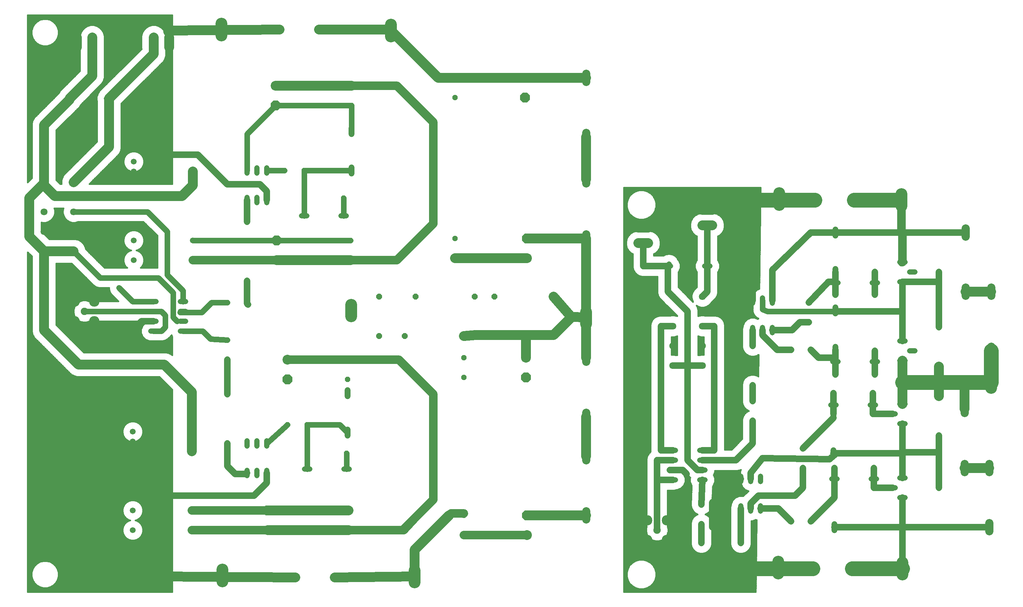
<source format=gbl>
G75*
%MOIN*%
%OFA0B0*%
%FSLAX25Y25*%
%IPPOS*%
%LPD*%
%AMOC8*
5,1,8,0,0,1.08239X$1,22.5*
%
%ADD10C,0.10039*%
%ADD11C,0.07500*%
%ADD12C,0.10500*%
%ADD13C,0.11850*%
%ADD14OC8,0.05200*%
%ADD15C,0.05200*%
%ADD16C,0.07087*%
%ADD17C,0.05937*%
%ADD18C,0.08250*%
%ADD19C,0.05937*%
%ADD20C,0.10000*%
%ADD21OC8,0.10000*%
%ADD22OC8,0.06000*%
%ADD23C,0.01600*%
%ADD24C,0.06600*%
%ADD25C,0.10000*%
%ADD26C,0.05600*%
%ADD27R,0.03962X0.03962*%
%ADD28C,0.08600*%
%ADD29C,0.15000*%
D10*
X0627980Y0364005D02*
X0638020Y0364005D01*
X0638020Y0379595D02*
X0627980Y0379595D01*
X0692980Y0382005D02*
X0703020Y0382005D01*
X0703020Y0397595D02*
X0692980Y0397595D01*
X0151795Y0562780D02*
X0151795Y0572820D01*
X0136205Y0572820D02*
X0136205Y0562780D01*
X0073795Y0562780D02*
X0073795Y0572820D01*
X0058205Y0572820D02*
X0058205Y0562780D01*
D11*
X0066000Y0294800D03*
X0647000Y0072800D03*
D12*
X0636961Y0082839D03*
X0657039Y0082839D03*
X0657039Y0062761D03*
X0636961Y0062761D03*
X0076039Y0284761D03*
X0055961Y0284761D03*
X0055961Y0304839D03*
X0076039Y0304839D03*
D13*
X0336700Y0301525D02*
X0336700Y0289675D01*
X0575000Y0294025D02*
X0575000Y0282175D01*
X0771000Y0402875D02*
X0771000Y0414725D01*
X0895000Y0413725D02*
X0895000Y0401875D01*
X0986000Y0229025D02*
X0986000Y0217175D01*
X0896000Y0039725D02*
X0896000Y0027875D01*
X0770000Y0028875D02*
X0770000Y0040725D01*
X0401000Y0031725D02*
X0401000Y0019875D01*
X0206000Y0020875D02*
X0206000Y0032725D01*
X0377000Y0573875D02*
X0377000Y0585725D01*
X0205000Y0586725D02*
X0205000Y0574875D01*
D14*
X0337000Y0523800D03*
X0337000Y0503800D03*
X0442000Y0511800D03*
X0442000Y0531800D03*
X0289000Y0437800D03*
X0269000Y0437800D03*
X0289000Y0409800D03*
X0329000Y0409800D03*
X0336000Y0366800D03*
X0336000Y0346800D03*
X0442000Y0348800D03*
X0442000Y0368800D03*
X0633000Y0340800D03*
X0633000Y0320800D03*
X0744000Y0259800D03*
X0783000Y0255800D03*
X0803000Y0255800D03*
X0801000Y0283800D03*
X0801000Y0303800D03*
X0828000Y0311800D03*
X0868000Y0311800D03*
X0868000Y0294800D03*
X0868000Y0254800D03*
X0868000Y0230800D03*
X0866000Y0211800D03*
X0866000Y0190800D03*
X0826000Y0211800D03*
X0828000Y0230800D03*
X0744000Y0219800D03*
X0744000Y0203800D03*
X0744000Y0183800D03*
X0795000Y0155800D03*
X0795000Y0135800D03*
X0827000Y0135800D03*
X0867000Y0135800D03*
X0866000Y0150800D03*
X0867000Y0115800D03*
X0933000Y0115800D03*
X0933000Y0075800D03*
X0867000Y0075800D03*
X0803000Y0081800D03*
X0783000Y0081800D03*
X0732000Y0059800D03*
X0692000Y0059800D03*
X0692000Y0078800D03*
X0692000Y0098800D03*
X0451000Y0087800D03*
X0451000Y0067800D03*
X0334000Y0072800D03*
X0334000Y0092800D03*
X0332000Y0150800D03*
X0292000Y0150800D03*
X0292000Y0179800D03*
X0272000Y0179800D03*
X0211000Y0160800D03*
X0211000Y0210800D03*
X0211000Y0245800D03*
X0211000Y0265800D03*
X0211000Y0303800D03*
X0231000Y0303800D03*
X0231000Y0325800D03*
X0231000Y0385800D03*
X0333000Y0245800D03*
X0333000Y0225800D03*
X0451000Y0227800D03*
X0451000Y0247800D03*
X0868000Y0334800D03*
X0868000Y0374800D03*
X0933000Y0374800D03*
X0933000Y0334800D03*
X0933000Y0278800D03*
X0933000Y0238800D03*
X0933000Y0208800D03*
X0933000Y0168800D03*
D15*
X0898600Y0180800D02*
X0893400Y0180800D01*
X0888600Y0190800D02*
X0883400Y0190800D01*
X0893400Y0200800D02*
X0898600Y0200800D01*
X0868600Y0199800D02*
X0863400Y0199800D01*
X0828600Y0199800D02*
X0823400Y0199800D01*
X0825400Y0243800D02*
X0830600Y0243800D01*
X0865400Y0243800D02*
X0870600Y0243800D01*
X0893400Y0244800D02*
X0898600Y0244800D01*
X0903400Y0254800D02*
X0908600Y0254800D01*
X0898600Y0264800D02*
X0893400Y0264800D01*
X0893400Y0324800D02*
X0898600Y0324800D01*
X0903400Y0334800D02*
X0908600Y0334800D01*
X0898600Y0344800D02*
X0893400Y0344800D01*
X0870600Y0323800D02*
X0865400Y0323800D01*
X0830600Y0323800D02*
X0825400Y0323800D01*
X0764000Y0308400D02*
X0764000Y0303200D01*
X0754000Y0303200D02*
X0754000Y0308400D01*
X0744000Y0308400D02*
X0744000Y0303200D01*
X0744000Y0278400D02*
X0744000Y0273200D01*
X0754000Y0273200D02*
X0754000Y0278400D01*
X0764000Y0278400D02*
X0764000Y0273200D01*
X0700600Y0340800D02*
X0695400Y0340800D01*
X0660600Y0340800D02*
X0655400Y0340800D01*
X0660400Y0153800D02*
X0665600Y0153800D01*
X0665600Y0143800D02*
X0660400Y0143800D01*
X0660400Y0133800D02*
X0665600Y0133800D01*
X0665600Y0123800D02*
X0660400Y0123800D01*
X0690400Y0123800D02*
X0695600Y0123800D01*
X0695600Y0133800D02*
X0690400Y0133800D01*
X0690400Y0143800D02*
X0695600Y0143800D01*
X0695600Y0153800D02*
X0690400Y0153800D01*
X0732000Y0127400D02*
X0732000Y0122200D01*
X0742000Y0122200D02*
X0742000Y0127400D01*
X0752000Y0127400D02*
X0752000Y0122200D01*
X0752000Y0097400D02*
X0752000Y0092200D01*
X0742000Y0092200D02*
X0742000Y0097400D01*
X0732000Y0097400D02*
X0732000Y0092200D01*
X0824400Y0124800D02*
X0829600Y0124800D01*
X0864400Y0124800D02*
X0869600Y0124800D01*
X0883400Y0115800D02*
X0888600Y0115800D01*
X0893400Y0125800D02*
X0898600Y0125800D01*
X0898600Y0105800D02*
X0893400Y0105800D01*
X0334600Y0134800D02*
X0329400Y0134800D01*
X0294600Y0134800D02*
X0289400Y0134800D01*
X0251000Y0133400D02*
X0251000Y0128200D01*
X0241000Y0128200D02*
X0241000Y0133400D01*
X0231000Y0133400D02*
X0231000Y0128200D01*
X0231000Y0158200D02*
X0231000Y0163400D01*
X0241000Y0163400D02*
X0241000Y0158200D01*
X0251000Y0158200D02*
X0251000Y0163400D01*
X0168600Y0274800D02*
X0163400Y0274800D01*
X0163400Y0284800D02*
X0168600Y0284800D01*
X0168600Y0294800D02*
X0163400Y0294800D01*
X0163400Y0304800D02*
X0168600Y0304800D01*
X0138600Y0304800D02*
X0133400Y0304800D01*
X0133400Y0294800D02*
X0138600Y0294800D01*
X0138600Y0284800D02*
X0133400Y0284800D01*
X0133400Y0274800D02*
X0138600Y0274800D01*
X0286400Y0391800D02*
X0291600Y0391800D01*
X0326400Y0391800D02*
X0331600Y0391800D01*
X0251000Y0405200D02*
X0251000Y0410400D01*
X0241000Y0410400D02*
X0241000Y0405200D01*
X0231000Y0405200D02*
X0231000Y0410400D01*
X0231000Y0435200D02*
X0231000Y0440400D01*
X0241000Y0440400D02*
X0241000Y0435200D01*
X0251000Y0435200D02*
X0251000Y0440400D01*
X0093600Y0510800D02*
X0088400Y0510800D01*
X0053600Y0510800D02*
X0048400Y0510800D01*
D16*
X0055000Y0425800D03*
X0025000Y0425800D03*
X0025000Y0395800D03*
X0025000Y0375800D03*
X0055000Y0375800D03*
X0055000Y0395800D03*
X0055000Y0355800D03*
X0025000Y0355800D03*
X0663000Y0309800D03*
X0693000Y0309800D03*
X0693000Y0279800D03*
X0663000Y0279800D03*
X0663000Y0259800D03*
X0663000Y0239800D03*
X0693000Y0239800D03*
X0693000Y0259800D03*
D17*
X0828000Y0258769D02*
X0828000Y0252831D01*
X0828000Y0292831D02*
X0828000Y0298769D01*
X0828000Y0331831D02*
X0828000Y0337769D01*
X0828000Y0371831D02*
X0828000Y0377769D01*
X0826000Y0193769D02*
X0826000Y0187831D01*
X0826000Y0153769D02*
X0826000Y0147831D01*
X0827000Y0118769D02*
X0827000Y0112831D01*
X0827000Y0078769D02*
X0827000Y0072831D01*
X0333000Y0168831D02*
X0333000Y0174769D01*
X0333000Y0208831D02*
X0333000Y0214769D01*
X0337000Y0434831D02*
X0337000Y0440769D01*
X0337000Y0474831D02*
X0337000Y0480769D01*
D18*
X0575000Y0475925D02*
X0575000Y0467675D01*
X0575000Y0432925D02*
X0575000Y0424675D01*
X0575000Y0372925D02*
X0575000Y0364675D01*
X0575000Y0251925D02*
X0575000Y0243675D01*
X0575000Y0191925D02*
X0575000Y0183675D01*
X0575000Y0151925D02*
X0575000Y0143675D01*
X0575000Y0091925D02*
X0575000Y0083675D01*
X0959000Y0131675D02*
X0959000Y0139925D01*
X0984000Y0139925D02*
X0984000Y0131675D01*
X0984000Y0079925D02*
X0984000Y0071675D01*
X0959000Y0191675D02*
X0959000Y0199925D01*
X0986000Y0250675D02*
X0986000Y0258925D01*
X0986000Y0310675D02*
X0986000Y0318925D01*
X0960000Y0318925D02*
X0960000Y0310675D01*
X0960000Y0370675D02*
X0960000Y0378925D01*
X0575000Y0527675D02*
X0575000Y0535925D01*
D19*
X0176000Y0436800D03*
X0176000Y0426800D03*
X0116000Y0426800D03*
X0116000Y0436800D03*
X0116000Y0446800D03*
X0116000Y0366800D03*
X0116000Y0346800D03*
X0176000Y0346800D03*
X0176000Y0366800D03*
X0115000Y0172800D03*
X0115000Y0162800D03*
X0115000Y0152800D03*
X0175000Y0152800D03*
X0175000Y0162800D03*
X0175000Y0092800D03*
X0175000Y0072800D03*
X0115000Y0072800D03*
X0115000Y0092800D03*
D20*
X0252000Y0072800D03*
X0515000Y0067800D03*
X0514000Y0247800D03*
X0515000Y0348800D03*
X0272000Y0245800D03*
X0261000Y0346800D03*
X0260000Y0523800D03*
X0513000Y0531800D03*
D21*
X0513000Y0511800D03*
X0515000Y0368800D03*
X0514000Y0227800D03*
X0515000Y0087800D03*
X0272000Y0225800D03*
X0252000Y0092800D03*
X0261000Y0366800D03*
X0260000Y0503800D03*
D22*
X0264000Y0580800D03*
X0304000Y0580800D03*
X0365000Y0309800D03*
X0402000Y0309800D03*
X0462000Y0309800D03*
X0482000Y0309800D03*
X0542000Y0309800D03*
X0451000Y0269800D03*
X0391000Y0269800D03*
X0365000Y0269800D03*
X0320000Y0024800D03*
X0280000Y0024800D03*
X0805000Y0033800D03*
X0845000Y0033800D03*
X0847000Y0407800D03*
X0807000Y0407800D03*
D23*
X0008400Y0354864D02*
X0008400Y0010200D01*
X0155000Y0010200D01*
X0155000Y0215264D01*
X0141864Y0228400D01*
X0058367Y0228400D01*
X0055214Y0229245D01*
X0052386Y0230878D01*
X0017386Y0265878D01*
X0015078Y0268186D01*
X0013445Y0271014D01*
X0012600Y0274167D01*
X0012600Y0350664D01*
X0008400Y0354864D01*
X0008400Y0354472D02*
X0008791Y0354472D01*
X0008400Y0352874D02*
X0010390Y0352874D01*
X0011988Y0351275D02*
X0008400Y0351275D01*
X0008400Y0349677D02*
X0012600Y0349677D01*
X0012600Y0348078D02*
X0008400Y0348078D01*
X0008400Y0346480D02*
X0012600Y0346480D01*
X0012600Y0344881D02*
X0008400Y0344881D01*
X0008400Y0343283D02*
X0012600Y0343283D01*
X0012600Y0341684D02*
X0008400Y0341684D01*
X0008400Y0340086D02*
X0012600Y0340086D01*
X0012600Y0338487D02*
X0008400Y0338487D01*
X0008400Y0336889D02*
X0012600Y0336889D01*
X0012600Y0335290D02*
X0008400Y0335290D01*
X0008400Y0333692D02*
X0012600Y0333692D01*
X0012600Y0332093D02*
X0008400Y0332093D01*
X0008400Y0330495D02*
X0012600Y0330495D01*
X0012600Y0328896D02*
X0008400Y0328896D01*
X0008400Y0327298D02*
X0012600Y0327298D01*
X0012600Y0325699D02*
X0008400Y0325699D01*
X0008400Y0324101D02*
X0012600Y0324101D01*
X0012600Y0322502D02*
X0008400Y0322502D01*
X0008400Y0320904D02*
X0012600Y0320904D01*
X0012600Y0319305D02*
X0008400Y0319305D01*
X0008400Y0317707D02*
X0012600Y0317707D01*
X0012600Y0316108D02*
X0008400Y0316108D01*
X0008400Y0314510D02*
X0012600Y0314510D01*
X0012600Y0312911D02*
X0008400Y0312911D01*
X0008400Y0311313D02*
X0012600Y0311313D01*
X0012600Y0309714D02*
X0008400Y0309714D01*
X0008400Y0308116D02*
X0012600Y0308116D01*
X0012600Y0306517D02*
X0008400Y0306517D01*
X0008400Y0304919D02*
X0012600Y0304919D01*
X0012600Y0303320D02*
X0008400Y0303320D01*
X0008400Y0301722D02*
X0012600Y0301722D01*
X0012600Y0300123D02*
X0008400Y0300123D01*
X0008400Y0298525D02*
X0012600Y0298525D01*
X0012600Y0296926D02*
X0008400Y0296926D01*
X0008400Y0295328D02*
X0012600Y0295328D01*
X0012600Y0293729D02*
X0008400Y0293729D01*
X0008400Y0292131D02*
X0012600Y0292131D01*
X0012600Y0290532D02*
X0008400Y0290532D01*
X0008400Y0288934D02*
X0012600Y0288934D01*
X0012600Y0287335D02*
X0008400Y0287335D01*
X0008400Y0285737D02*
X0012600Y0285737D01*
X0012600Y0284138D02*
X0008400Y0284138D01*
X0008400Y0282539D02*
X0012600Y0282539D01*
X0012600Y0280941D02*
X0008400Y0280941D01*
X0008400Y0279342D02*
X0012600Y0279342D01*
X0012600Y0277744D02*
X0008400Y0277744D01*
X0008400Y0276145D02*
X0012600Y0276145D01*
X0012600Y0274547D02*
X0008400Y0274547D01*
X0008400Y0272948D02*
X0012927Y0272948D01*
X0013355Y0271350D02*
X0008400Y0271350D01*
X0008400Y0269751D02*
X0014174Y0269751D01*
X0015111Y0268153D02*
X0008400Y0268153D01*
X0008400Y0266554D02*
X0016709Y0266554D01*
X0018308Y0264956D02*
X0008400Y0264956D01*
X0008400Y0263357D02*
X0019906Y0263357D01*
X0021505Y0261759D02*
X0008400Y0261759D01*
X0008400Y0260160D02*
X0023103Y0260160D01*
X0024702Y0258562D02*
X0008400Y0258562D01*
X0008400Y0256963D02*
X0026300Y0256963D01*
X0027899Y0255365D02*
X0008400Y0255365D01*
X0008400Y0253766D02*
X0029497Y0253766D01*
X0031096Y0252168D02*
X0008400Y0252168D01*
X0008400Y0250569D02*
X0032694Y0250569D01*
X0034293Y0248971D02*
X0008400Y0248971D01*
X0008400Y0247372D02*
X0035892Y0247372D01*
X0037490Y0245774D02*
X0008400Y0245774D01*
X0008400Y0244175D02*
X0039089Y0244175D01*
X0040687Y0242577D02*
X0008400Y0242577D01*
X0008400Y0240978D02*
X0042286Y0240978D01*
X0043884Y0239380D02*
X0008400Y0239380D01*
X0008400Y0237781D02*
X0045483Y0237781D01*
X0047081Y0236183D02*
X0008400Y0236183D01*
X0008400Y0234584D02*
X0048680Y0234584D01*
X0050278Y0232986D02*
X0008400Y0232986D01*
X0008400Y0231387D02*
X0051877Y0231387D01*
X0054272Y0229789D02*
X0008400Y0229789D01*
X0008400Y0228190D02*
X0142074Y0228190D01*
X0143672Y0226592D02*
X0008400Y0226592D01*
X0008400Y0224993D02*
X0145271Y0224993D01*
X0146869Y0223395D02*
X0008400Y0223395D01*
X0008400Y0221796D02*
X0148468Y0221796D01*
X0150066Y0220198D02*
X0008400Y0220198D01*
X0008400Y0218599D02*
X0151665Y0218599D01*
X0153263Y0217001D02*
X0008400Y0217001D01*
X0008400Y0215402D02*
X0154862Y0215402D01*
X0155000Y0213803D02*
X0008400Y0213803D01*
X0008400Y0212205D02*
X0155000Y0212205D01*
X0155000Y0210606D02*
X0008400Y0210606D01*
X0008400Y0209008D02*
X0155000Y0209008D01*
X0155000Y0207409D02*
X0008400Y0207409D01*
X0008400Y0205811D02*
X0155000Y0205811D01*
X0155000Y0204212D02*
X0008400Y0204212D01*
X0008400Y0202614D02*
X0155000Y0202614D01*
X0155000Y0201015D02*
X0008400Y0201015D01*
X0008400Y0199417D02*
X0155000Y0199417D01*
X0155000Y0197818D02*
X0008400Y0197818D01*
X0008400Y0196220D02*
X0155000Y0196220D01*
X0155000Y0194621D02*
X0008400Y0194621D01*
X0008400Y0193023D02*
X0155000Y0193023D01*
X0155000Y0191424D02*
X0008400Y0191424D01*
X0008400Y0189826D02*
X0155000Y0189826D01*
X0155000Y0188227D02*
X0008400Y0188227D01*
X0008400Y0186629D02*
X0155000Y0186629D01*
X0155000Y0185030D02*
X0008400Y0185030D01*
X0008400Y0183432D02*
X0155000Y0183432D01*
X0155000Y0181833D02*
X0120091Y0181833D01*
X0119002Y0182462D02*
X0116365Y0183168D01*
X0113635Y0183168D01*
X0110998Y0182462D01*
X0108634Y0181097D01*
X0106703Y0179166D01*
X0105338Y0176802D01*
X0104631Y0174165D01*
X0104631Y0171435D01*
X0105338Y0168798D01*
X0106703Y0166434D01*
X0108634Y0164503D01*
X0110998Y0163138D01*
X0113635Y0162431D01*
X0116365Y0162431D01*
X0119002Y0163138D01*
X0121366Y0164503D01*
X0123297Y0166434D01*
X0124662Y0168798D01*
X0125368Y0171435D01*
X0125368Y0174165D01*
X0124662Y0176802D01*
X0123297Y0179166D01*
X0121366Y0181097D01*
X0119002Y0182462D01*
X0122229Y0180235D02*
X0155000Y0180235D01*
X0155000Y0178636D02*
X0123603Y0178636D01*
X0124526Y0177038D02*
X0155000Y0177038D01*
X0155000Y0175439D02*
X0125027Y0175439D01*
X0125368Y0173841D02*
X0155000Y0173841D01*
X0155000Y0172242D02*
X0125368Y0172242D01*
X0125156Y0170644D02*
X0155000Y0170644D01*
X0155000Y0169045D02*
X0124728Y0169045D01*
X0123882Y0167447D02*
X0155000Y0167447D01*
X0155000Y0165848D02*
X0122711Y0165848D01*
X0120927Y0164250D02*
X0155000Y0164250D01*
X0155000Y0162651D02*
X0117185Y0162651D01*
X0112815Y0162651D02*
X0008400Y0162651D01*
X0008400Y0161053D02*
X0155000Y0161053D01*
X0155000Y0159454D02*
X0008400Y0159454D01*
X0008400Y0157856D02*
X0155000Y0157856D01*
X0155000Y0156257D02*
X0008400Y0156257D01*
X0008400Y0154659D02*
X0155000Y0154659D01*
X0155000Y0153060D02*
X0008400Y0153060D01*
X0008400Y0151462D02*
X0155000Y0151462D01*
X0155000Y0149863D02*
X0008400Y0149863D01*
X0008400Y0148265D02*
X0155000Y0148265D01*
X0155000Y0146666D02*
X0008400Y0146666D01*
X0008400Y0145068D02*
X0155000Y0145068D01*
X0155000Y0143469D02*
X0008400Y0143469D01*
X0008400Y0141870D02*
X0155000Y0141870D01*
X0155000Y0140272D02*
X0008400Y0140272D01*
X0008400Y0138673D02*
X0155000Y0138673D01*
X0155000Y0137075D02*
X0008400Y0137075D01*
X0008400Y0135476D02*
X0155000Y0135476D01*
X0155000Y0133878D02*
X0008400Y0133878D01*
X0008400Y0132279D02*
X0155000Y0132279D01*
X0155000Y0130681D02*
X0008400Y0130681D01*
X0008400Y0129082D02*
X0155000Y0129082D01*
X0155000Y0127484D02*
X0008400Y0127484D01*
X0008400Y0125885D02*
X0155000Y0125885D01*
X0155000Y0124287D02*
X0008400Y0124287D01*
X0008400Y0122688D02*
X0155000Y0122688D01*
X0155000Y0121090D02*
X0008400Y0121090D01*
X0008400Y0119491D02*
X0155000Y0119491D01*
X0155000Y0117893D02*
X0008400Y0117893D01*
X0008400Y0116294D02*
X0155000Y0116294D01*
X0155000Y0114696D02*
X0008400Y0114696D01*
X0008400Y0113097D02*
X0155000Y0113097D01*
X0155000Y0111499D02*
X0008400Y0111499D01*
X0008400Y0109900D02*
X0155000Y0109900D01*
X0155000Y0108302D02*
X0008400Y0108302D01*
X0008400Y0106703D02*
X0155000Y0106703D01*
X0155000Y0105105D02*
X0008400Y0105105D01*
X0008400Y0103506D02*
X0155000Y0103506D01*
X0155000Y0101908D02*
X0119962Y0101908D01*
X0119002Y0102462D02*
X0116365Y0103168D01*
X0113635Y0103168D01*
X0110998Y0102462D01*
X0108634Y0101097D01*
X0106703Y0099166D01*
X0105338Y0096802D01*
X0104631Y0094165D01*
X0104631Y0091435D01*
X0105338Y0088798D01*
X0106703Y0086434D01*
X0108634Y0084503D01*
X0110998Y0083138D01*
X0112260Y0082800D01*
X0110998Y0082462D01*
X0108634Y0081097D01*
X0106703Y0079166D01*
X0105338Y0076802D01*
X0104631Y0074165D01*
X0104631Y0071435D01*
X0105338Y0068798D01*
X0106703Y0066434D01*
X0108634Y0064503D01*
X0110998Y0063138D01*
X0113635Y0062431D01*
X0116365Y0062431D01*
X0119002Y0063138D01*
X0121366Y0064503D01*
X0123297Y0066434D01*
X0124662Y0068798D01*
X0125368Y0071435D01*
X0125368Y0074165D01*
X0124662Y0076802D01*
X0123297Y0079166D01*
X0121366Y0081097D01*
X0119002Y0082462D01*
X0117740Y0082800D01*
X0119002Y0083138D01*
X0121366Y0084503D01*
X0123297Y0086434D01*
X0124662Y0088798D01*
X0125368Y0091435D01*
X0125368Y0094165D01*
X0124662Y0096802D01*
X0123297Y0099166D01*
X0121366Y0101097D01*
X0119002Y0102462D01*
X0122154Y0100309D02*
X0155000Y0100309D01*
X0155000Y0098711D02*
X0123560Y0098711D01*
X0124483Y0097112D02*
X0155000Y0097112D01*
X0155000Y0095514D02*
X0125007Y0095514D01*
X0125368Y0093915D02*
X0155000Y0093915D01*
X0155000Y0092317D02*
X0125368Y0092317D01*
X0125176Y0090718D02*
X0155000Y0090718D01*
X0155000Y0089120D02*
X0124748Y0089120D01*
X0123925Y0087521D02*
X0155000Y0087521D01*
X0155000Y0085923D02*
X0122786Y0085923D01*
X0121056Y0084324D02*
X0155000Y0084324D01*
X0155000Y0082726D02*
X0118018Y0082726D01*
X0121314Y0081127D02*
X0155000Y0081127D01*
X0155000Y0079529D02*
X0122935Y0079529D01*
X0124011Y0077930D02*
X0155000Y0077930D01*
X0155000Y0076332D02*
X0124788Y0076332D01*
X0125216Y0074733D02*
X0155000Y0074733D01*
X0155000Y0073134D02*
X0125368Y0073134D01*
X0125368Y0071536D02*
X0155000Y0071536D01*
X0155000Y0069937D02*
X0124967Y0069937D01*
X0124397Y0068339D02*
X0155000Y0068339D01*
X0155000Y0066740D02*
X0123474Y0066740D01*
X0122005Y0065142D02*
X0155000Y0065142D01*
X0155000Y0063543D02*
X0119704Y0063543D01*
X0110296Y0063543D02*
X0008400Y0063543D01*
X0008400Y0061945D02*
X0155000Y0061945D01*
X0155000Y0060346D02*
X0008400Y0060346D01*
X0008400Y0058748D02*
X0155000Y0058748D01*
X0155000Y0057149D02*
X0008400Y0057149D01*
X0008400Y0055551D02*
X0155000Y0055551D01*
X0155000Y0053952D02*
X0008400Y0053952D01*
X0008400Y0052354D02*
X0155000Y0052354D01*
X0155000Y0050755D02*
X0008400Y0050755D01*
X0008400Y0049157D02*
X0155000Y0049157D01*
X0155000Y0047558D02*
X0008400Y0047558D01*
X0008400Y0045960D02*
X0155000Y0045960D01*
X0155000Y0044361D02*
X0008400Y0044361D01*
X0008400Y0042763D02*
X0155000Y0042763D01*
X0155000Y0041164D02*
X0029054Y0041164D01*
X0027804Y0041499D02*
X0024196Y0041499D01*
X0020712Y0040566D01*
X0017588Y0038762D01*
X0015038Y0036212D01*
X0013234Y0033088D01*
X0012301Y0029604D01*
X0012301Y0025996D01*
X0013234Y0022512D01*
X0015038Y0019388D01*
X0017588Y0016838D01*
X0020712Y0015034D01*
X0024196Y0014101D01*
X0027804Y0014101D01*
X0031288Y0015034D01*
X0034412Y0016838D01*
X0036962Y0019388D01*
X0038766Y0022512D01*
X0039699Y0025996D01*
X0039699Y0029604D01*
X0038766Y0033088D01*
X0036962Y0036212D01*
X0034412Y0038762D01*
X0031288Y0040566D01*
X0027804Y0041499D01*
X0022946Y0041164D02*
X0008400Y0041164D01*
X0008400Y0039566D02*
X0018980Y0039566D01*
X0016794Y0037967D02*
X0008400Y0037967D01*
X0008400Y0036369D02*
X0015195Y0036369D01*
X0014206Y0034770D02*
X0008400Y0034770D01*
X0008400Y0033172D02*
X0013283Y0033172D01*
X0012829Y0031573D02*
X0008400Y0031573D01*
X0008400Y0029975D02*
X0012400Y0029975D01*
X0012301Y0028376D02*
X0008400Y0028376D01*
X0008400Y0026778D02*
X0012301Y0026778D01*
X0012520Y0025179D02*
X0008400Y0025179D01*
X0008400Y0023581D02*
X0012948Y0023581D01*
X0013540Y0021982D02*
X0008400Y0021982D01*
X0008400Y0020384D02*
X0014463Y0020384D01*
X0015641Y0018785D02*
X0008400Y0018785D01*
X0008400Y0017187D02*
X0017240Y0017187D01*
X0019753Y0015588D02*
X0008400Y0015588D01*
X0008400Y0013990D02*
X0155000Y0013990D01*
X0155000Y0015588D02*
X0032247Y0015588D01*
X0034760Y0017187D02*
X0155000Y0017187D01*
X0155000Y0018785D02*
X0036359Y0018785D01*
X0037537Y0020384D02*
X0155000Y0020384D01*
X0155000Y0021982D02*
X0038460Y0021982D01*
X0039052Y0023581D02*
X0155000Y0023581D01*
X0155000Y0025179D02*
X0039480Y0025179D01*
X0039699Y0026778D02*
X0155000Y0026778D01*
X0155000Y0028376D02*
X0039699Y0028376D01*
X0039600Y0029975D02*
X0155000Y0029975D01*
X0155000Y0031573D02*
X0039171Y0031573D01*
X0038717Y0033172D02*
X0155000Y0033172D01*
X0155000Y0034770D02*
X0037794Y0034770D01*
X0036805Y0036369D02*
X0155000Y0036369D01*
X0155000Y0037967D02*
X0035206Y0037967D01*
X0033020Y0039566D02*
X0155000Y0039566D01*
X0155000Y0012391D02*
X0008400Y0012391D01*
X0008400Y0010793D02*
X0155000Y0010793D01*
X0107995Y0065142D02*
X0008400Y0065142D01*
X0008400Y0066740D02*
X0106526Y0066740D01*
X0105603Y0068339D02*
X0008400Y0068339D01*
X0008400Y0069937D02*
X0105033Y0069937D01*
X0104631Y0071536D02*
X0008400Y0071536D01*
X0008400Y0073134D02*
X0104631Y0073134D01*
X0104784Y0074733D02*
X0008400Y0074733D01*
X0008400Y0076332D02*
X0105212Y0076332D01*
X0105989Y0077930D02*
X0008400Y0077930D01*
X0008400Y0079529D02*
X0107065Y0079529D01*
X0108686Y0081127D02*
X0008400Y0081127D01*
X0008400Y0082726D02*
X0111982Y0082726D01*
X0108944Y0084324D02*
X0008400Y0084324D01*
X0008400Y0085923D02*
X0107214Y0085923D01*
X0106075Y0087521D02*
X0008400Y0087521D01*
X0008400Y0089120D02*
X0105252Y0089120D01*
X0104824Y0090718D02*
X0008400Y0090718D01*
X0008400Y0092317D02*
X0104631Y0092317D01*
X0104631Y0093915D02*
X0008400Y0093915D01*
X0008400Y0095514D02*
X0104993Y0095514D01*
X0105517Y0097112D02*
X0008400Y0097112D01*
X0008400Y0098711D02*
X0106440Y0098711D01*
X0107846Y0100309D02*
X0008400Y0100309D01*
X0008400Y0101908D02*
X0110038Y0101908D01*
X0109073Y0164250D02*
X0008400Y0164250D01*
X0008400Y0165848D02*
X0107289Y0165848D01*
X0106118Y0167447D02*
X0008400Y0167447D01*
X0008400Y0169045D02*
X0105272Y0169045D01*
X0104844Y0170644D02*
X0008400Y0170644D01*
X0008400Y0172242D02*
X0104631Y0172242D01*
X0104631Y0173841D02*
X0008400Y0173841D01*
X0008400Y0175439D02*
X0104973Y0175439D01*
X0105474Y0177038D02*
X0008400Y0177038D01*
X0008400Y0178636D02*
X0106397Y0178636D01*
X0107771Y0180235D02*
X0008400Y0180235D01*
X0008400Y0181833D02*
X0109909Y0181833D01*
X0148632Y0253200D02*
X0065136Y0253200D01*
X0037400Y0280936D01*
X0037400Y0343400D01*
X0052975Y0343400D01*
X0075737Y0320638D01*
X0078063Y0319295D01*
X0080657Y0318600D01*
X0090800Y0318600D01*
X0090800Y0317457D01*
X0091495Y0314863D01*
X0092643Y0312875D01*
X0092745Y0312627D01*
X0094827Y0310545D01*
X0094831Y0310544D01*
X0100375Y0305000D01*
X0070633Y0305000D01*
X0070304Y0305190D01*
X0067468Y0305950D01*
X0064532Y0305950D01*
X0061696Y0305190D01*
X0059154Y0303722D01*
X0057078Y0301646D01*
X0055610Y0299104D01*
X0054850Y0296268D01*
X0054850Y0293332D01*
X0055610Y0290496D01*
X0057078Y0287954D01*
X0059154Y0285878D01*
X0061696Y0284410D01*
X0064532Y0283650D01*
X0067468Y0283650D01*
X0070304Y0284410D01*
X0070633Y0284600D01*
X0130928Y0284600D01*
X0127735Y0283278D01*
X0124922Y0280465D01*
X0123400Y0276789D01*
X0123400Y0272811D01*
X0124922Y0269135D01*
X0127735Y0266322D01*
X0131411Y0264800D01*
X0133911Y0264800D01*
X0134657Y0264600D01*
X0145343Y0264600D01*
X0147937Y0265295D01*
X0150263Y0266638D01*
X0152162Y0268537D01*
X0154289Y0270664D01*
X0154922Y0269135D01*
X0155000Y0269058D01*
X0155000Y0250336D01*
X0154614Y0250722D01*
X0151786Y0252355D01*
X0148632Y0253200D01*
X0152110Y0252168D02*
X0155000Y0252168D01*
X0155000Y0253766D02*
X0064570Y0253766D01*
X0062971Y0255365D02*
X0155000Y0255365D01*
X0155000Y0256963D02*
X0061373Y0256963D01*
X0059774Y0258562D02*
X0155000Y0258562D01*
X0155000Y0260160D02*
X0058176Y0260160D01*
X0056577Y0261759D02*
X0155000Y0261759D01*
X0155000Y0263357D02*
X0054979Y0263357D01*
X0053380Y0264956D02*
X0131035Y0264956D01*
X0127503Y0266554D02*
X0051782Y0266554D01*
X0050183Y0268153D02*
X0125905Y0268153D01*
X0124667Y0269751D02*
X0048585Y0269751D01*
X0046986Y0271350D02*
X0124005Y0271350D01*
X0123400Y0272948D02*
X0045388Y0272948D01*
X0043789Y0274547D02*
X0123400Y0274547D01*
X0123400Y0276145D02*
X0042191Y0276145D01*
X0040592Y0277744D02*
X0123796Y0277744D01*
X0124458Y0279342D02*
X0038994Y0279342D01*
X0037400Y0280941D02*
X0125399Y0280941D01*
X0126997Y0282539D02*
X0037400Y0282539D01*
X0037400Y0284138D02*
X0062711Y0284138D01*
X0059398Y0285737D02*
X0037400Y0285737D01*
X0037400Y0287335D02*
X0057697Y0287335D01*
X0056512Y0288934D02*
X0037400Y0288934D01*
X0037400Y0290532D02*
X0055600Y0290532D01*
X0055172Y0292131D02*
X0037400Y0292131D01*
X0037400Y0293729D02*
X0054850Y0293729D01*
X0054850Y0295328D02*
X0037400Y0295328D01*
X0037400Y0296926D02*
X0055026Y0296926D01*
X0055455Y0298525D02*
X0037400Y0298525D01*
X0037400Y0300123D02*
X0056198Y0300123D01*
X0057153Y0301722D02*
X0037400Y0301722D01*
X0037400Y0303320D02*
X0058752Y0303320D01*
X0061226Y0304919D02*
X0037400Y0304919D01*
X0037400Y0306517D02*
X0098858Y0306517D01*
X0097259Y0308116D02*
X0037400Y0308116D01*
X0037400Y0309714D02*
X0095661Y0309714D01*
X0094060Y0311313D02*
X0037400Y0311313D01*
X0037400Y0312911D02*
X0092622Y0312911D01*
X0091699Y0314510D02*
X0037400Y0314510D01*
X0037400Y0316108D02*
X0091161Y0316108D01*
X0090800Y0317707D02*
X0037400Y0317707D01*
X0037400Y0319305D02*
X0078045Y0319305D01*
X0075471Y0320904D02*
X0037400Y0320904D01*
X0037400Y0322502D02*
X0073873Y0322502D01*
X0072274Y0324101D02*
X0037400Y0324101D01*
X0037400Y0325699D02*
X0070676Y0325699D01*
X0069077Y0327298D02*
X0037400Y0327298D01*
X0037400Y0328896D02*
X0067479Y0328896D01*
X0065880Y0330495D02*
X0037400Y0330495D01*
X0037400Y0332093D02*
X0064282Y0332093D01*
X0062683Y0333692D02*
X0037400Y0333692D01*
X0037400Y0335290D02*
X0061085Y0335290D01*
X0059486Y0336889D02*
X0037400Y0336889D01*
X0037400Y0338487D02*
X0057888Y0338487D01*
X0056289Y0340086D02*
X0037400Y0340086D01*
X0037400Y0341684D02*
X0054691Y0341684D01*
X0053092Y0343283D02*
X0037400Y0343283D01*
X0067256Y0357969D02*
X0066555Y0360586D01*
X0064922Y0363414D01*
X0062614Y0365722D01*
X0059786Y0367355D01*
X0056632Y0368200D01*
X0030136Y0368200D01*
X0022400Y0375936D01*
X0022400Y0385167D01*
X0023559Y0384857D01*
X0026441Y0384857D01*
X0029224Y0385602D01*
X0031719Y0387043D01*
X0033757Y0389081D01*
X0035198Y0391576D01*
X0035943Y0394359D01*
X0035943Y0397241D01*
X0035365Y0399400D01*
X0044635Y0399400D01*
X0044057Y0397241D01*
X0044057Y0394359D01*
X0044802Y0391576D01*
X0046243Y0389081D01*
X0048281Y0387043D01*
X0050776Y0385602D01*
X0053559Y0384857D01*
X0056441Y0384857D01*
X0059215Y0385600D01*
X0125775Y0385600D01*
X0139800Y0371575D01*
X0139800Y0339000D01*
X0122863Y0339000D01*
X0124297Y0340434D01*
X0125662Y0342798D01*
X0126368Y0345435D01*
X0126368Y0348165D01*
X0125662Y0350802D01*
X0124297Y0353166D01*
X0122366Y0355097D01*
X0120002Y0356462D01*
X0118740Y0356800D01*
X0120002Y0357138D01*
X0122366Y0358503D01*
X0124297Y0360434D01*
X0125662Y0362798D01*
X0126368Y0365435D01*
X0126368Y0368165D01*
X0125662Y0370802D01*
X0124297Y0373166D01*
X0122366Y0375097D01*
X0120002Y0376462D01*
X0117365Y0377168D01*
X0114635Y0377168D01*
X0111998Y0376462D01*
X0109634Y0375097D01*
X0107703Y0373166D01*
X0106338Y0370802D01*
X0105631Y0368165D01*
X0105631Y0365435D01*
X0106338Y0362798D01*
X0107703Y0360434D01*
X0109634Y0358503D01*
X0111998Y0357138D01*
X0113260Y0356800D01*
X0111998Y0356462D01*
X0109634Y0355097D01*
X0107703Y0353166D01*
X0106338Y0350802D01*
X0105631Y0348165D01*
X0105631Y0345435D01*
X0106338Y0342798D01*
X0107703Y0340434D01*
X0109137Y0339000D01*
X0086225Y0339000D01*
X0067256Y0357969D01*
X0067555Y0357670D02*
X0111077Y0357670D01*
X0111321Y0356071D02*
X0069154Y0356071D01*
X0070752Y0354472D02*
X0109009Y0354472D01*
X0107534Y0352874D02*
X0072351Y0352874D01*
X0073949Y0351275D02*
X0106611Y0351275D01*
X0106037Y0349677D02*
X0075548Y0349677D01*
X0077147Y0348078D02*
X0105631Y0348078D01*
X0105631Y0346480D02*
X0078745Y0346480D01*
X0080344Y0344881D02*
X0105780Y0344881D01*
X0106208Y0343283D02*
X0081942Y0343283D01*
X0083541Y0341684D02*
X0106981Y0341684D01*
X0108051Y0340086D02*
X0085139Y0340086D01*
X0066908Y0359268D02*
X0108869Y0359268D01*
X0107453Y0360867D02*
X0066393Y0360867D01*
X0065470Y0362465D02*
X0106530Y0362465D01*
X0105999Y0364064D02*
X0064273Y0364064D01*
X0062674Y0365662D02*
X0105631Y0365662D01*
X0105631Y0367261D02*
X0059950Y0367261D01*
X0049321Y0386443D02*
X0030679Y0386443D01*
X0032717Y0388041D02*
X0047283Y0388041D01*
X0045920Y0389640D02*
X0034080Y0389640D01*
X0035002Y0391238D02*
X0044997Y0391238D01*
X0044465Y0392837D02*
X0035535Y0392837D01*
X0035943Y0394435D02*
X0044057Y0394435D01*
X0044057Y0396034D02*
X0035943Y0396034D01*
X0035838Y0397632D02*
X0044162Y0397632D01*
X0044590Y0399231D02*
X0035410Y0399231D01*
X0022400Y0384844D02*
X0126531Y0384844D01*
X0128129Y0383246D02*
X0022400Y0383246D01*
X0022400Y0381647D02*
X0129728Y0381647D01*
X0131326Y0380049D02*
X0022400Y0380049D01*
X0022400Y0378450D02*
X0132925Y0378450D01*
X0134523Y0376852D02*
X0118548Y0376852D01*
X0122096Y0375253D02*
X0136122Y0375253D01*
X0137720Y0373655D02*
X0123809Y0373655D01*
X0124938Y0372056D02*
X0139319Y0372056D01*
X0139800Y0370458D02*
X0125754Y0370458D01*
X0126183Y0368859D02*
X0139800Y0368859D01*
X0139800Y0367261D02*
X0126368Y0367261D01*
X0126368Y0365662D02*
X0139800Y0365662D01*
X0139800Y0364064D02*
X0126001Y0364064D01*
X0125470Y0362465D02*
X0139800Y0362465D01*
X0139800Y0360867D02*
X0124547Y0360867D01*
X0123131Y0359268D02*
X0139800Y0359268D01*
X0139800Y0357670D02*
X0120923Y0357670D01*
X0120679Y0356071D02*
X0139800Y0356071D01*
X0139800Y0354472D02*
X0122991Y0354472D01*
X0124466Y0352874D02*
X0139800Y0352874D01*
X0139800Y0351275D02*
X0125389Y0351275D01*
X0125963Y0349677D02*
X0139800Y0349677D01*
X0139800Y0348078D02*
X0126368Y0348078D01*
X0126368Y0346480D02*
X0139800Y0346480D01*
X0139800Y0344881D02*
X0126220Y0344881D01*
X0125792Y0343283D02*
X0139800Y0343283D01*
X0139800Y0341684D02*
X0125019Y0341684D01*
X0123949Y0340086D02*
X0139800Y0340086D01*
X0105817Y0368859D02*
X0029477Y0368859D01*
X0027879Y0370458D02*
X0106246Y0370458D01*
X0107062Y0372056D02*
X0026280Y0372056D01*
X0024682Y0373655D02*
X0108191Y0373655D01*
X0109904Y0375253D02*
X0023083Y0375253D01*
X0022400Y0376852D02*
X0113452Y0376852D01*
X0155000Y0424200D02*
X0070936Y0424200D01*
X0100922Y0454186D01*
X0102555Y0457014D01*
X0103400Y0460167D01*
X0103400Y0505664D01*
X0146127Y0548391D01*
X0147760Y0551218D01*
X0148605Y0554372D01*
X0148605Y0561072D01*
X0148624Y0561145D01*
X0148624Y0574455D01*
X0147778Y0577613D01*
X0146143Y0580446D01*
X0143831Y0582758D01*
X0140999Y0584393D01*
X0137840Y0585239D01*
X0134570Y0585239D01*
X0131411Y0584393D01*
X0128579Y0582758D01*
X0126266Y0580446D01*
X0124631Y0577613D01*
X0123785Y0574455D01*
X0123785Y0561145D01*
X0123790Y0561126D01*
X0083386Y0520722D01*
X0081078Y0518414D01*
X0079993Y0516535D01*
X0079922Y0516465D01*
X0079847Y0516282D01*
X0079445Y0515586D01*
X0079237Y0514810D01*
X0078400Y0512789D01*
X0078400Y0508811D01*
X0078600Y0508328D01*
X0078600Y0466936D01*
X0045078Y0433414D01*
X0043445Y0430586D01*
X0042600Y0427432D01*
X0042600Y0424200D01*
X0041136Y0424200D01*
X0037400Y0427936D01*
X0037400Y0478664D01*
X0060922Y0502186D01*
X0062288Y0504552D01*
X0083718Y0525981D01*
X0085350Y0528809D01*
X0086195Y0531963D01*
X0086195Y0561072D01*
X0086215Y0561145D01*
X0086215Y0565682D01*
X0086400Y0566372D01*
X0086400Y0569637D01*
X0086215Y0570328D01*
X0086215Y0574455D01*
X0085369Y0577613D01*
X0083733Y0580446D01*
X0081421Y0582758D01*
X0078589Y0584393D01*
X0075430Y0585239D01*
X0072160Y0585239D01*
X0069001Y0584393D01*
X0066169Y0582758D01*
X0063857Y0580446D01*
X0062222Y0577613D01*
X0061376Y0574455D01*
X0061376Y0561145D01*
X0061395Y0561072D01*
X0061395Y0538732D01*
X0043386Y0520722D01*
X0041078Y0518414D01*
X0039993Y0516535D01*
X0039922Y0516465D01*
X0039847Y0516282D01*
X0039712Y0516048D01*
X0017386Y0493722D01*
X0015078Y0491414D01*
X0013445Y0488586D01*
X0012600Y0485432D01*
X0012600Y0429936D01*
X0008400Y0425736D01*
X0008400Y0595400D01*
X0155000Y0595400D01*
X0155000Y0424200D01*
X0155000Y0424807D02*
X0071543Y0424807D01*
X0073142Y0426405D02*
X0155000Y0426405D01*
X0155000Y0428004D02*
X0074740Y0428004D01*
X0076339Y0429603D02*
X0155000Y0429603D01*
X0155000Y0431201D02*
X0077937Y0431201D01*
X0079536Y0432800D02*
X0155000Y0432800D01*
X0155000Y0434398D02*
X0081134Y0434398D01*
X0082733Y0435997D02*
X0155000Y0435997D01*
X0155000Y0437595D02*
X0120794Y0437595D01*
X0120002Y0437138D02*
X0122366Y0438503D01*
X0124297Y0440434D01*
X0125662Y0442798D01*
X0126368Y0445435D01*
X0126368Y0448165D01*
X0125662Y0450802D01*
X0124297Y0453166D01*
X0122366Y0455097D01*
X0120002Y0456462D01*
X0117365Y0457168D01*
X0114635Y0457168D01*
X0111998Y0456462D01*
X0109634Y0455097D01*
X0107703Y0453166D01*
X0106338Y0450802D01*
X0105631Y0448165D01*
X0105631Y0445435D01*
X0106338Y0442798D01*
X0107703Y0440434D01*
X0109634Y0438503D01*
X0111998Y0437138D01*
X0114635Y0436431D01*
X0117365Y0436431D01*
X0120002Y0437138D01*
X0123057Y0439194D02*
X0155000Y0439194D01*
X0155000Y0440792D02*
X0124504Y0440792D01*
X0125427Y0442391D02*
X0155000Y0442391D01*
X0155000Y0443989D02*
X0125981Y0443989D01*
X0126368Y0445588D02*
X0155000Y0445588D01*
X0155000Y0447186D02*
X0126368Y0447186D01*
X0126202Y0448785D02*
X0155000Y0448785D01*
X0155000Y0450383D02*
X0125774Y0450383D01*
X0124981Y0451982D02*
X0155000Y0451982D01*
X0155000Y0453580D02*
X0123883Y0453580D01*
X0122225Y0455179D02*
X0155000Y0455179D01*
X0155000Y0456777D02*
X0118825Y0456777D01*
X0113175Y0456777D02*
X0102418Y0456777D01*
X0102920Y0458376D02*
X0155000Y0458376D01*
X0155000Y0459974D02*
X0103348Y0459974D01*
X0103400Y0461573D02*
X0155000Y0461573D01*
X0155000Y0463171D02*
X0103400Y0463171D01*
X0103400Y0464770D02*
X0155000Y0464770D01*
X0155000Y0466368D02*
X0103400Y0466368D01*
X0103400Y0467967D02*
X0155000Y0467967D01*
X0155000Y0469565D02*
X0103400Y0469565D01*
X0103400Y0471164D02*
X0155000Y0471164D01*
X0155000Y0472762D02*
X0103400Y0472762D01*
X0103400Y0474361D02*
X0155000Y0474361D01*
X0155000Y0475959D02*
X0103400Y0475959D01*
X0103400Y0477558D02*
X0155000Y0477558D01*
X0155000Y0479156D02*
X0103400Y0479156D01*
X0103400Y0480755D02*
X0155000Y0480755D01*
X0155000Y0482353D02*
X0103400Y0482353D01*
X0103400Y0483952D02*
X0155000Y0483952D01*
X0155000Y0485550D02*
X0103400Y0485550D01*
X0103400Y0487149D02*
X0155000Y0487149D01*
X0155000Y0488747D02*
X0103400Y0488747D01*
X0103400Y0490346D02*
X0155000Y0490346D01*
X0155000Y0491944D02*
X0103400Y0491944D01*
X0103400Y0493543D02*
X0155000Y0493543D01*
X0155000Y0495141D02*
X0103400Y0495141D01*
X0103400Y0496740D02*
X0155000Y0496740D01*
X0155000Y0498339D02*
X0103400Y0498339D01*
X0103400Y0499937D02*
X0155000Y0499937D01*
X0155000Y0501536D02*
X0103400Y0501536D01*
X0103400Y0503134D02*
X0155000Y0503134D01*
X0155000Y0504733D02*
X0103400Y0504733D01*
X0104067Y0506331D02*
X0155000Y0506331D01*
X0155000Y0507930D02*
X0105666Y0507930D01*
X0107264Y0509528D02*
X0155000Y0509528D01*
X0155000Y0511127D02*
X0108863Y0511127D01*
X0110461Y0512725D02*
X0155000Y0512725D01*
X0155000Y0514324D02*
X0112060Y0514324D01*
X0113658Y0515922D02*
X0155000Y0515922D01*
X0155000Y0517521D02*
X0115257Y0517521D01*
X0116855Y0519119D02*
X0155000Y0519119D01*
X0155000Y0520718D02*
X0118454Y0520718D01*
X0120052Y0522316D02*
X0155000Y0522316D01*
X0155000Y0523915D02*
X0121651Y0523915D01*
X0123249Y0525513D02*
X0155000Y0525513D01*
X0155000Y0527112D02*
X0124848Y0527112D01*
X0126446Y0528710D02*
X0155000Y0528710D01*
X0155000Y0530309D02*
X0128045Y0530309D01*
X0129643Y0531907D02*
X0155000Y0531907D01*
X0155000Y0533506D02*
X0131242Y0533506D01*
X0132841Y0535104D02*
X0155000Y0535104D01*
X0155000Y0536703D02*
X0134439Y0536703D01*
X0136038Y0538301D02*
X0155000Y0538301D01*
X0155000Y0539900D02*
X0137636Y0539900D01*
X0139235Y0541498D02*
X0155000Y0541498D01*
X0155000Y0543097D02*
X0140833Y0543097D01*
X0142432Y0544695D02*
X0155000Y0544695D01*
X0155000Y0546294D02*
X0144030Y0546294D01*
X0145629Y0547892D02*
X0155000Y0547892D01*
X0155000Y0549491D02*
X0146762Y0549491D01*
X0147685Y0551089D02*
X0155000Y0551089D01*
X0155000Y0552688D02*
X0148153Y0552688D01*
X0148582Y0554286D02*
X0155000Y0554286D01*
X0155000Y0555885D02*
X0148605Y0555885D01*
X0148605Y0557483D02*
X0155000Y0557483D01*
X0155000Y0559082D02*
X0148605Y0559082D01*
X0148605Y0560680D02*
X0155000Y0560680D01*
X0155000Y0562279D02*
X0148624Y0562279D01*
X0148624Y0563877D02*
X0155000Y0563877D01*
X0155000Y0565476D02*
X0148624Y0565476D01*
X0148624Y0567074D02*
X0155000Y0567074D01*
X0155000Y0568673D02*
X0148624Y0568673D01*
X0148624Y0570272D02*
X0155000Y0570272D01*
X0155000Y0571870D02*
X0148624Y0571870D01*
X0148624Y0573469D02*
X0155000Y0573469D01*
X0155000Y0575067D02*
X0148460Y0575067D01*
X0148032Y0576666D02*
X0155000Y0576666D01*
X0155000Y0578264D02*
X0147402Y0578264D01*
X0146480Y0579863D02*
X0155000Y0579863D01*
X0155000Y0581461D02*
X0145127Y0581461D01*
X0143308Y0583060D02*
X0155000Y0583060D01*
X0155000Y0584658D02*
X0140009Y0584658D01*
X0132400Y0584658D02*
X0077600Y0584658D01*
X0080899Y0583060D02*
X0129101Y0583060D01*
X0127282Y0581461D02*
X0082718Y0581461D01*
X0084070Y0579863D02*
X0125930Y0579863D01*
X0125007Y0578264D02*
X0084993Y0578264D01*
X0085623Y0576666D02*
X0124377Y0576666D01*
X0123949Y0575067D02*
X0086051Y0575067D01*
X0086215Y0573469D02*
X0123785Y0573469D01*
X0123785Y0571870D02*
X0086215Y0571870D01*
X0086230Y0570272D02*
X0123785Y0570272D01*
X0123785Y0568673D02*
X0086400Y0568673D01*
X0086400Y0567074D02*
X0123785Y0567074D01*
X0123785Y0565476D02*
X0086215Y0565476D01*
X0086215Y0563877D02*
X0123785Y0563877D01*
X0123785Y0562279D02*
X0086215Y0562279D01*
X0086195Y0560680D02*
X0123344Y0560680D01*
X0121746Y0559082D02*
X0086195Y0559082D01*
X0086195Y0557483D02*
X0120147Y0557483D01*
X0118549Y0555885D02*
X0086195Y0555885D01*
X0086195Y0554286D02*
X0116950Y0554286D01*
X0115352Y0552688D02*
X0086195Y0552688D01*
X0086195Y0551089D02*
X0113753Y0551089D01*
X0112155Y0549491D02*
X0086195Y0549491D01*
X0086195Y0547892D02*
X0110556Y0547892D01*
X0108958Y0546294D02*
X0086195Y0546294D01*
X0086195Y0544695D02*
X0107359Y0544695D01*
X0105761Y0543097D02*
X0086195Y0543097D01*
X0086195Y0541498D02*
X0104162Y0541498D01*
X0102564Y0539900D02*
X0086195Y0539900D01*
X0086195Y0538301D02*
X0100965Y0538301D01*
X0099367Y0536703D02*
X0086195Y0536703D01*
X0086195Y0535104D02*
X0097768Y0535104D01*
X0096170Y0533506D02*
X0086195Y0533506D01*
X0086180Y0531907D02*
X0094571Y0531907D01*
X0092973Y0530309D02*
X0085752Y0530309D01*
X0085293Y0528710D02*
X0091374Y0528710D01*
X0089775Y0527112D02*
X0084370Y0527112D01*
X0083249Y0525513D02*
X0088177Y0525513D01*
X0086578Y0523915D02*
X0081651Y0523915D01*
X0080052Y0522316D02*
X0084980Y0522316D01*
X0083381Y0520718D02*
X0078454Y0520718D01*
X0076855Y0519119D02*
X0081783Y0519119D01*
X0080562Y0517521D02*
X0075257Y0517521D01*
X0073658Y0515922D02*
X0079639Y0515922D01*
X0079036Y0514324D02*
X0072060Y0514324D01*
X0070461Y0512725D02*
X0078400Y0512725D01*
X0078400Y0511127D02*
X0068863Y0511127D01*
X0067264Y0509528D02*
X0078400Y0509528D01*
X0078600Y0507930D02*
X0065666Y0507930D01*
X0064067Y0506331D02*
X0078600Y0506331D01*
X0078600Y0504733D02*
X0062469Y0504733D01*
X0061470Y0503134D02*
X0078600Y0503134D01*
X0078600Y0501536D02*
X0060272Y0501536D01*
X0058673Y0499937D02*
X0078600Y0499937D01*
X0078600Y0498339D02*
X0057075Y0498339D01*
X0055476Y0496740D02*
X0078600Y0496740D01*
X0078600Y0495141D02*
X0053878Y0495141D01*
X0052279Y0493543D02*
X0078600Y0493543D01*
X0078600Y0491944D02*
X0050681Y0491944D01*
X0049082Y0490346D02*
X0078600Y0490346D01*
X0078600Y0488747D02*
X0047484Y0488747D01*
X0045885Y0487149D02*
X0078600Y0487149D01*
X0078600Y0485550D02*
X0044287Y0485550D01*
X0042688Y0483952D02*
X0078600Y0483952D01*
X0078600Y0482353D02*
X0041090Y0482353D01*
X0039491Y0480755D02*
X0078600Y0480755D01*
X0078600Y0479156D02*
X0037893Y0479156D01*
X0037400Y0477558D02*
X0078600Y0477558D01*
X0078600Y0475959D02*
X0037400Y0475959D01*
X0037400Y0474361D02*
X0078600Y0474361D01*
X0078600Y0472762D02*
X0037400Y0472762D01*
X0037400Y0471164D02*
X0078600Y0471164D01*
X0078600Y0469565D02*
X0037400Y0469565D01*
X0037400Y0467967D02*
X0078600Y0467967D01*
X0078032Y0466368D02*
X0037400Y0466368D01*
X0037400Y0464770D02*
X0076434Y0464770D01*
X0074835Y0463171D02*
X0037400Y0463171D01*
X0037400Y0461573D02*
X0073237Y0461573D01*
X0071638Y0459974D02*
X0037400Y0459974D01*
X0037400Y0458376D02*
X0070039Y0458376D01*
X0068441Y0456777D02*
X0037400Y0456777D01*
X0037400Y0455179D02*
X0066842Y0455179D01*
X0065244Y0453580D02*
X0037400Y0453580D01*
X0037400Y0451982D02*
X0063645Y0451982D01*
X0062047Y0450383D02*
X0037400Y0450383D01*
X0037400Y0448785D02*
X0060448Y0448785D01*
X0058850Y0447186D02*
X0037400Y0447186D01*
X0037400Y0445588D02*
X0057251Y0445588D01*
X0055653Y0443989D02*
X0037400Y0443989D01*
X0037400Y0442391D02*
X0054054Y0442391D01*
X0052456Y0440792D02*
X0037400Y0440792D01*
X0037400Y0439194D02*
X0050857Y0439194D01*
X0049259Y0437595D02*
X0037400Y0437595D01*
X0037400Y0435997D02*
X0047660Y0435997D01*
X0046062Y0434398D02*
X0037400Y0434398D01*
X0037400Y0432800D02*
X0044723Y0432800D01*
X0043800Y0431201D02*
X0037400Y0431201D01*
X0037400Y0429603D02*
X0043181Y0429603D01*
X0042753Y0428004D02*
X0037400Y0428004D01*
X0038931Y0426405D02*
X0042600Y0426405D01*
X0042600Y0424807D02*
X0040529Y0424807D01*
X0012600Y0431201D02*
X0008400Y0431201D01*
X0008400Y0429603D02*
X0012266Y0429603D01*
X0010668Y0428004D02*
X0008400Y0428004D01*
X0008400Y0426405D02*
X0009069Y0426405D01*
X0008400Y0432800D02*
X0012600Y0432800D01*
X0012600Y0434398D02*
X0008400Y0434398D01*
X0008400Y0435997D02*
X0012600Y0435997D01*
X0012600Y0437595D02*
X0008400Y0437595D01*
X0008400Y0439194D02*
X0012600Y0439194D01*
X0012600Y0440792D02*
X0008400Y0440792D01*
X0008400Y0442391D02*
X0012600Y0442391D01*
X0012600Y0443989D02*
X0008400Y0443989D01*
X0008400Y0445588D02*
X0012600Y0445588D01*
X0012600Y0447186D02*
X0008400Y0447186D01*
X0008400Y0448785D02*
X0012600Y0448785D01*
X0012600Y0450383D02*
X0008400Y0450383D01*
X0008400Y0451982D02*
X0012600Y0451982D01*
X0012600Y0453580D02*
X0008400Y0453580D01*
X0008400Y0455179D02*
X0012600Y0455179D01*
X0012600Y0456777D02*
X0008400Y0456777D01*
X0008400Y0458376D02*
X0012600Y0458376D01*
X0012600Y0459974D02*
X0008400Y0459974D01*
X0008400Y0461573D02*
X0012600Y0461573D01*
X0012600Y0463171D02*
X0008400Y0463171D01*
X0008400Y0464770D02*
X0012600Y0464770D01*
X0012600Y0466368D02*
X0008400Y0466368D01*
X0008400Y0467967D02*
X0012600Y0467967D01*
X0012600Y0469565D02*
X0008400Y0469565D01*
X0008400Y0471164D02*
X0012600Y0471164D01*
X0012600Y0472762D02*
X0008400Y0472762D01*
X0008400Y0474361D02*
X0012600Y0474361D01*
X0012600Y0475959D02*
X0008400Y0475959D01*
X0008400Y0477558D02*
X0012600Y0477558D01*
X0012600Y0479156D02*
X0008400Y0479156D01*
X0008400Y0480755D02*
X0012600Y0480755D01*
X0012600Y0482353D02*
X0008400Y0482353D01*
X0008400Y0483952D02*
X0012600Y0483952D01*
X0012632Y0485550D02*
X0008400Y0485550D01*
X0008400Y0487149D02*
X0013060Y0487149D01*
X0013538Y0488747D02*
X0008400Y0488747D01*
X0008400Y0490346D02*
X0014461Y0490346D01*
X0015608Y0491944D02*
X0008400Y0491944D01*
X0008400Y0493543D02*
X0017207Y0493543D01*
X0018805Y0495141D02*
X0008400Y0495141D01*
X0008400Y0496740D02*
X0020404Y0496740D01*
X0022002Y0498339D02*
X0008400Y0498339D01*
X0008400Y0499937D02*
X0023601Y0499937D01*
X0025199Y0501536D02*
X0008400Y0501536D01*
X0008400Y0503134D02*
X0026798Y0503134D01*
X0028396Y0504733D02*
X0008400Y0504733D01*
X0008400Y0506331D02*
X0029995Y0506331D01*
X0031593Y0507930D02*
X0008400Y0507930D01*
X0008400Y0509528D02*
X0033192Y0509528D01*
X0034790Y0511127D02*
X0008400Y0511127D01*
X0008400Y0512725D02*
X0036389Y0512725D01*
X0037987Y0514324D02*
X0008400Y0514324D01*
X0008400Y0515922D02*
X0039586Y0515922D01*
X0040562Y0517521D02*
X0008400Y0517521D01*
X0008400Y0519119D02*
X0041783Y0519119D01*
X0043381Y0520718D02*
X0008400Y0520718D01*
X0008400Y0522316D02*
X0044980Y0522316D01*
X0046578Y0523915D02*
X0008400Y0523915D01*
X0008400Y0525513D02*
X0048177Y0525513D01*
X0049775Y0527112D02*
X0008400Y0527112D01*
X0008400Y0528710D02*
X0051374Y0528710D01*
X0052972Y0530309D02*
X0008400Y0530309D01*
X0008400Y0531907D02*
X0054571Y0531907D01*
X0056170Y0533506D02*
X0008400Y0533506D01*
X0008400Y0535104D02*
X0057768Y0535104D01*
X0059367Y0536703D02*
X0008400Y0536703D01*
X0008400Y0538301D02*
X0060965Y0538301D01*
X0061395Y0539900D02*
X0008400Y0539900D01*
X0008400Y0541498D02*
X0061395Y0541498D01*
X0061395Y0543097D02*
X0008400Y0543097D01*
X0008400Y0544695D02*
X0061395Y0544695D01*
X0061395Y0546294D02*
X0008400Y0546294D01*
X0008400Y0547892D02*
X0061395Y0547892D01*
X0061395Y0549491D02*
X0008400Y0549491D01*
X0008400Y0551089D02*
X0061395Y0551089D01*
X0061395Y0552688D02*
X0008400Y0552688D01*
X0008400Y0554286D02*
X0061395Y0554286D01*
X0061395Y0555885D02*
X0008400Y0555885D01*
X0008400Y0557483D02*
X0061395Y0557483D01*
X0061395Y0559082D02*
X0008400Y0559082D01*
X0008400Y0560680D02*
X0061395Y0560680D01*
X0061376Y0562279D02*
X0008400Y0562279D01*
X0008400Y0563877D02*
X0061376Y0563877D01*
X0061376Y0565476D02*
X0032053Y0565476D01*
X0031288Y0565034D02*
X0034412Y0566838D01*
X0036962Y0569388D01*
X0038766Y0572512D01*
X0039699Y0575996D01*
X0039699Y0579604D01*
X0038766Y0583088D01*
X0036962Y0586212D01*
X0034412Y0588762D01*
X0031288Y0590566D01*
X0027804Y0591499D01*
X0024196Y0591499D01*
X0020712Y0590566D01*
X0017588Y0588762D01*
X0015038Y0586212D01*
X0013234Y0583088D01*
X0012301Y0579604D01*
X0012301Y0575996D01*
X0013234Y0572512D01*
X0015038Y0569388D01*
X0017588Y0566838D01*
X0020712Y0565034D01*
X0024196Y0564101D01*
X0027804Y0564101D01*
X0031288Y0565034D01*
X0034648Y0567074D02*
X0061376Y0567074D01*
X0061376Y0568673D02*
X0036247Y0568673D01*
X0037472Y0570272D02*
X0061376Y0570272D01*
X0061376Y0571870D02*
X0038395Y0571870D01*
X0039022Y0573469D02*
X0061376Y0573469D01*
X0061540Y0575067D02*
X0039450Y0575067D01*
X0039699Y0576666D02*
X0061968Y0576666D01*
X0062598Y0578264D02*
X0039699Y0578264D01*
X0039630Y0579863D02*
X0063520Y0579863D01*
X0064873Y0581461D02*
X0039201Y0581461D01*
X0038773Y0583060D02*
X0066692Y0583060D01*
X0069991Y0584658D02*
X0037859Y0584658D01*
X0036917Y0586257D02*
X0155000Y0586257D01*
X0155000Y0587855D02*
X0035318Y0587855D01*
X0033214Y0589454D02*
X0155000Y0589454D01*
X0155000Y0591052D02*
X0029472Y0591052D01*
X0022528Y0591052D02*
X0008400Y0591052D01*
X0008400Y0589454D02*
X0018786Y0589454D01*
X0016682Y0587855D02*
X0008400Y0587855D01*
X0008400Y0586257D02*
X0015083Y0586257D01*
X0014141Y0584658D02*
X0008400Y0584658D01*
X0008400Y0583060D02*
X0013227Y0583060D01*
X0012799Y0581461D02*
X0008400Y0581461D01*
X0008400Y0579863D02*
X0012370Y0579863D01*
X0012301Y0578264D02*
X0008400Y0578264D01*
X0008400Y0576666D02*
X0012301Y0576666D01*
X0012550Y0575067D02*
X0008400Y0575067D01*
X0008400Y0573469D02*
X0012978Y0573469D01*
X0013605Y0571870D02*
X0008400Y0571870D01*
X0008400Y0570272D02*
X0014528Y0570272D01*
X0015753Y0568673D02*
X0008400Y0568673D01*
X0008400Y0567074D02*
X0017352Y0567074D01*
X0019947Y0565476D02*
X0008400Y0565476D01*
X0008400Y0592651D02*
X0155000Y0592651D01*
X0155000Y0594249D02*
X0008400Y0594249D01*
X0101495Y0455179D02*
X0109775Y0455179D01*
X0108117Y0453580D02*
X0100316Y0453580D01*
X0098718Y0451982D02*
X0107019Y0451982D01*
X0106226Y0450383D02*
X0097119Y0450383D01*
X0095521Y0448785D02*
X0105798Y0448785D01*
X0105631Y0447186D02*
X0093922Y0447186D01*
X0092324Y0445588D02*
X0105631Y0445588D01*
X0106019Y0443989D02*
X0090725Y0443989D01*
X0089127Y0442391D02*
X0106573Y0442391D01*
X0107496Y0440792D02*
X0087528Y0440792D01*
X0085930Y0439194D02*
X0108943Y0439194D01*
X0111206Y0437595D02*
X0084331Y0437595D01*
X0069289Y0284138D02*
X0129813Y0284138D01*
X0150118Y0266554D02*
X0155000Y0266554D01*
X0155000Y0264956D02*
X0146671Y0264956D01*
X0151778Y0268153D02*
X0155000Y0268153D01*
X0154667Y0269751D02*
X0153376Y0269751D01*
X0154767Y0250569D02*
X0155000Y0250569D01*
X0613400Y0250569D02*
X0640300Y0250569D01*
X0640300Y0248971D02*
X0613400Y0248971D01*
X0613400Y0247372D02*
X0640300Y0247372D01*
X0640300Y0245774D02*
X0613400Y0245774D01*
X0613400Y0244175D02*
X0640300Y0244175D01*
X0640300Y0242577D02*
X0613400Y0242577D01*
X0613400Y0240978D02*
X0640300Y0240978D01*
X0640300Y0239380D02*
X0613400Y0239380D01*
X0613400Y0237781D02*
X0640300Y0237781D01*
X0640300Y0236183D02*
X0613400Y0236183D01*
X0613400Y0234584D02*
X0640300Y0234584D01*
X0640300Y0232986D02*
X0613400Y0232986D01*
X0613400Y0231387D02*
X0640300Y0231387D01*
X0640300Y0229789D02*
X0613400Y0229789D01*
X0613400Y0228190D02*
X0640300Y0228190D01*
X0640300Y0226592D02*
X0613400Y0226592D01*
X0613400Y0224993D02*
X0640300Y0224993D01*
X0640300Y0223395D02*
X0613400Y0223395D01*
X0613400Y0221796D02*
X0640300Y0221796D01*
X0640300Y0220198D02*
X0613400Y0220198D01*
X0613400Y0218599D02*
X0640300Y0218599D01*
X0640300Y0217001D02*
X0613400Y0217001D01*
X0613400Y0215402D02*
X0640300Y0215402D01*
X0640300Y0213803D02*
X0613400Y0213803D01*
X0613400Y0212205D02*
X0640300Y0212205D01*
X0640300Y0210606D02*
X0613400Y0210606D01*
X0613400Y0209008D02*
X0640300Y0209008D01*
X0640300Y0207409D02*
X0613400Y0207409D01*
X0613400Y0205811D02*
X0640300Y0205811D01*
X0640300Y0204212D02*
X0613400Y0204212D01*
X0613400Y0202614D02*
X0640300Y0202614D01*
X0640300Y0201015D02*
X0613400Y0201015D01*
X0613400Y0199417D02*
X0640300Y0199417D01*
X0640300Y0197818D02*
X0613400Y0197818D01*
X0613400Y0196220D02*
X0640300Y0196220D01*
X0640300Y0194621D02*
X0613400Y0194621D01*
X0613400Y0193023D02*
X0640300Y0193023D01*
X0640300Y0191424D02*
X0613400Y0191424D01*
X0613400Y0189826D02*
X0640300Y0189826D01*
X0640300Y0188227D02*
X0613400Y0188227D01*
X0613400Y0186629D02*
X0640300Y0186629D01*
X0640300Y0185030D02*
X0613400Y0185030D01*
X0613400Y0183432D02*
X0640300Y0183432D01*
X0640300Y0181833D02*
X0613400Y0181833D01*
X0613400Y0180235D02*
X0640300Y0180235D01*
X0640300Y0178636D02*
X0613400Y0178636D01*
X0613400Y0177038D02*
X0640300Y0177038D01*
X0640300Y0175439D02*
X0613400Y0175439D01*
X0613400Y0173841D02*
X0640300Y0173841D01*
X0640300Y0172242D02*
X0613400Y0172242D01*
X0613400Y0170644D02*
X0640300Y0170644D01*
X0640300Y0169045D02*
X0613400Y0169045D01*
X0613400Y0167447D02*
X0640300Y0167447D01*
X0640300Y0165848D02*
X0613400Y0165848D01*
X0613400Y0164250D02*
X0640300Y0164250D01*
X0640300Y0162651D02*
X0613400Y0162651D01*
X0613400Y0161053D02*
X0640300Y0161053D01*
X0640300Y0159454D02*
X0613400Y0159454D01*
X0613400Y0157856D02*
X0640300Y0157856D01*
X0640300Y0156257D02*
X0613400Y0156257D01*
X0613400Y0154659D02*
X0640300Y0154659D01*
X0640300Y0153060D02*
X0613400Y0153060D01*
X0613400Y0151462D02*
X0639529Y0151462D01*
X0640334Y0152266D02*
X0638438Y0150370D01*
X0637029Y0147930D01*
X0636300Y0145209D01*
X0636300Y0075947D01*
X0635850Y0074268D01*
X0635850Y0071332D01*
X0636610Y0068496D01*
X0638078Y0065954D01*
X0640154Y0063878D01*
X0642696Y0062410D01*
X0645532Y0061650D01*
X0648468Y0061650D01*
X0651304Y0062410D01*
X0653846Y0063878D01*
X0655922Y0065954D01*
X0657390Y0068496D01*
X0658150Y0071332D01*
X0658150Y0074268D01*
X0657700Y0075947D01*
X0657700Y0113100D01*
X0664409Y0113100D01*
X0667021Y0113800D01*
X0667589Y0113800D01*
X0671265Y0115322D01*
X0674078Y0118135D01*
X0675600Y0121811D01*
X0675600Y0125789D01*
X0674078Y0129465D01*
X0671265Y0132278D01*
X0667589Y0133800D01*
X0671265Y0135322D01*
X0671305Y0135363D01*
X0680540Y0126128D01*
X0680400Y0125789D01*
X0680400Y0121811D01*
X0681922Y0118135D01*
X0682059Y0117998D01*
X0681252Y0097820D01*
X0681872Y0095072D01*
X0682000Y0094828D01*
X0682000Y0094658D01*
X0682188Y0094469D01*
X0683182Y0092577D01*
X0685093Y0090507D01*
X0687475Y0089002D01*
X0687737Y0088920D01*
X0687858Y0088800D01*
X0687772Y0088714D01*
X0685430Y0087362D01*
X0683438Y0085370D01*
X0682086Y0083028D01*
X0682000Y0082942D01*
X0682000Y0082821D01*
X0681300Y0080209D01*
X0681300Y0058391D01*
X0682000Y0055779D01*
X0682000Y0055658D01*
X0682086Y0055572D01*
X0683438Y0053230D01*
X0685430Y0051238D01*
X0687772Y0049886D01*
X0687858Y0049800D01*
X0687979Y0049800D01*
X0690591Y0049100D01*
X0693409Y0049100D01*
X0696021Y0049800D01*
X0696142Y0049800D01*
X0696228Y0049886D01*
X0698570Y0051238D01*
X0700562Y0053230D01*
X0701914Y0055572D01*
X0702000Y0055658D01*
X0702000Y0055779D01*
X0702700Y0058391D01*
X0702700Y0080209D01*
X0702000Y0082821D01*
X0702000Y0082942D01*
X0701914Y0083028D01*
X0700562Y0085370D01*
X0698570Y0087362D01*
X0696228Y0088714D01*
X0696142Y0088800D01*
X0696331Y0088988D01*
X0698222Y0089982D01*
X0700293Y0091893D01*
X0701798Y0094275D01*
X0701880Y0094537D01*
X0702000Y0094658D01*
X0702000Y0094924D01*
X0702635Y0096965D01*
X0703457Y0117515D01*
X0704078Y0118135D01*
X0705600Y0121811D01*
X0705600Y0125789D01*
X0704353Y0128800D01*
X0705600Y0131811D01*
X0705600Y0133100D01*
X0728409Y0133100D01*
X0731130Y0133829D01*
X0731820Y0134227D01*
X0731634Y0133804D01*
X0731511Y0132997D01*
X0731300Y0132209D01*
X0731300Y0131610D01*
X0731210Y0131018D01*
X0731300Y0130207D01*
X0731300Y0123391D01*
X0732000Y0120779D01*
X0732000Y0120211D01*
X0733522Y0116535D01*
X0736335Y0113722D01*
X0739486Y0112418D01*
X0734328Y0107260D01*
X0733989Y0107400D01*
X0730011Y0107400D01*
X0726335Y0105878D01*
X0723522Y0103065D01*
X0722000Y0099389D01*
X0722000Y0098821D01*
X0721300Y0096209D01*
X0721300Y0058391D01*
X0722000Y0055779D01*
X0722000Y0055658D01*
X0722086Y0055572D01*
X0723438Y0053230D01*
X0725430Y0051238D01*
X0727772Y0049886D01*
X0727858Y0049800D01*
X0727979Y0049800D01*
X0730591Y0049100D01*
X0733409Y0049100D01*
X0736021Y0049800D01*
X0736142Y0049800D01*
X0736228Y0049886D01*
X0738570Y0051238D01*
X0740562Y0053230D01*
X0741914Y0055572D01*
X0742000Y0055658D01*
X0742000Y0055779D01*
X0742700Y0058391D01*
X0742700Y0082200D01*
X0743989Y0082200D01*
X0747000Y0083447D01*
X0747946Y0083055D01*
X0747087Y0010200D01*
X0613400Y0010200D01*
X0613400Y0420400D01*
X0751925Y0420400D01*
X0750715Y0317863D01*
X0748335Y0316878D01*
X0745522Y0314065D01*
X0744000Y0310389D01*
X0744000Y0307889D01*
X0743800Y0307143D01*
X0743800Y0297406D01*
X0743713Y0296675D01*
X0743800Y0296069D01*
X0743800Y0295457D01*
X0743991Y0294746D01*
X0744096Y0294016D01*
X0744337Y0293454D01*
X0744495Y0292863D01*
X0744863Y0292225D01*
X0745154Y0291548D01*
X0745532Y0291067D01*
X0745838Y0290537D01*
X0746359Y0290016D01*
X0746815Y0289437D01*
X0747304Y0289071D01*
X0747737Y0288638D01*
X0748375Y0288270D01*
X0748965Y0287828D01*
X0749533Y0287601D01*
X0749762Y0287469D01*
X0749000Y0287153D01*
X0745989Y0288400D01*
X0742011Y0288400D01*
X0738335Y0286878D01*
X0735522Y0284065D01*
X0734000Y0280389D01*
X0734000Y0279821D01*
X0733300Y0277209D01*
X0733300Y0258391D01*
X0734000Y0255779D01*
X0734000Y0255658D01*
X0734086Y0255572D01*
X0735438Y0253230D01*
X0737430Y0251238D01*
X0739772Y0249886D01*
X0739858Y0249800D01*
X0739979Y0249800D01*
X0742591Y0249100D01*
X0745409Y0249100D01*
X0748021Y0249800D01*
X0748142Y0249800D01*
X0748228Y0249886D01*
X0749925Y0250866D01*
X0749666Y0228884D01*
X0748228Y0229714D01*
X0748142Y0229800D01*
X0748021Y0229800D01*
X0745409Y0230500D01*
X0742591Y0230500D01*
X0739979Y0229800D01*
X0739858Y0229800D01*
X0739772Y0229714D01*
X0737430Y0228362D01*
X0735438Y0226370D01*
X0734086Y0224028D01*
X0734000Y0223942D01*
X0734000Y0223821D01*
X0733300Y0221209D01*
X0733300Y0202391D01*
X0734000Y0199779D01*
X0734000Y0199658D01*
X0734086Y0199572D01*
X0735438Y0197230D01*
X0737430Y0195238D01*
X0739772Y0193886D01*
X0739858Y0193800D01*
X0739772Y0193714D01*
X0737430Y0192362D01*
X0735438Y0190370D01*
X0734086Y0188028D01*
X0734000Y0187942D01*
X0734000Y0187821D01*
X0733300Y0185209D01*
X0733300Y0165232D01*
X0722568Y0154500D01*
X0715700Y0154500D01*
X0715700Y0281209D01*
X0714971Y0283930D01*
X0713562Y0286370D01*
X0711570Y0288362D01*
X0709130Y0289771D01*
X0706409Y0290500D01*
X0695349Y0290500D01*
X0694441Y0290743D01*
X0691559Y0290743D01*
X0688776Y0289998D01*
X0688700Y0289954D01*
X0688700Y0296209D01*
X0687971Y0298930D01*
X0686986Y0300636D01*
X0688776Y0299602D01*
X0691559Y0298857D01*
X0694441Y0298857D01*
X0697224Y0299602D01*
X0699719Y0301043D01*
X0701757Y0303081D01*
X0702227Y0303895D01*
X0706562Y0308230D01*
X0707971Y0310670D01*
X0708700Y0313391D01*
X0708700Y0334758D01*
X0709078Y0335135D01*
X0710600Y0338811D01*
X0710600Y0342789D01*
X0709078Y0346465D01*
X0708700Y0346842D01*
X0708700Y0370943D01*
X0710646Y0372066D01*
X0712958Y0374379D01*
X0714593Y0377211D01*
X0715439Y0380370D01*
X0715439Y0383640D01*
X0714593Y0386799D01*
X0712958Y0389631D01*
X0710646Y0391943D01*
X0707813Y0393578D01*
X0704655Y0394424D01*
X0691345Y0394424D01*
X0688186Y0393578D01*
X0685354Y0391943D01*
X0683042Y0389631D01*
X0681407Y0386799D01*
X0680561Y0383640D01*
X0680561Y0380370D01*
X0681407Y0377211D01*
X0683042Y0374379D01*
X0685354Y0372066D01*
X0687300Y0370943D01*
X0687300Y0346842D01*
X0686922Y0346465D01*
X0685400Y0342789D01*
X0685400Y0338811D01*
X0686922Y0335135D01*
X0687300Y0334758D01*
X0687300Y0319232D01*
X0687095Y0319027D01*
X0686281Y0318557D01*
X0684243Y0316519D01*
X0682802Y0314024D01*
X0682057Y0311241D01*
X0682057Y0308359D01*
X0682802Y0305576D01*
X0683412Y0304520D01*
X0672227Y0315705D01*
X0671757Y0316519D01*
X0669719Y0318557D01*
X0668905Y0319027D01*
X0668700Y0319232D01*
X0668700Y0334758D01*
X0669078Y0335135D01*
X0670600Y0338811D01*
X0670600Y0342789D01*
X0669078Y0346465D01*
X0668095Y0347447D01*
X0667162Y0349063D01*
X0665263Y0350962D01*
X0662937Y0352305D01*
X0660343Y0353000D01*
X0657657Y0353000D01*
X0655063Y0352305D01*
X0653669Y0351500D01*
X0643700Y0351500D01*
X0643700Y0352943D01*
X0645646Y0354066D01*
X0647958Y0356379D01*
X0649593Y0359211D01*
X0650439Y0362370D01*
X0650439Y0365640D01*
X0649593Y0368799D01*
X0647958Y0371631D01*
X0645646Y0373943D01*
X0642813Y0375578D01*
X0639655Y0376424D01*
X0626345Y0376424D01*
X0623186Y0375578D01*
X0620354Y0373943D01*
X0618042Y0371631D01*
X0616407Y0368799D01*
X0615561Y0365640D01*
X0615561Y0362370D01*
X0616407Y0359211D01*
X0618042Y0356379D01*
X0620354Y0354066D01*
X0622300Y0352943D01*
X0622300Y0339391D01*
X0623000Y0336779D01*
X0623000Y0336658D01*
X0623086Y0336572D01*
X0624438Y0334230D01*
X0626430Y0332238D01*
X0628772Y0330886D01*
X0628858Y0330800D01*
X0628979Y0330800D01*
X0631591Y0330100D01*
X0647300Y0330100D01*
X0647300Y0313391D01*
X0648029Y0310670D01*
X0649438Y0308230D01*
X0653773Y0303895D01*
X0654243Y0303081D01*
X0656281Y0301043D01*
X0657095Y0300573D01*
X0667300Y0290368D01*
X0667300Y0289954D01*
X0667224Y0289998D01*
X0664441Y0290743D01*
X0661559Y0290743D01*
X0660651Y0290500D01*
X0649591Y0290500D01*
X0646870Y0289771D01*
X0644430Y0288362D01*
X0642438Y0286370D01*
X0641029Y0283930D01*
X0640300Y0281209D01*
X0640300Y0152391D01*
X0640334Y0152266D01*
X0638145Y0149863D02*
X0613400Y0149863D01*
X0613400Y0148265D02*
X0637222Y0148265D01*
X0636691Y0146666D02*
X0613400Y0146666D01*
X0613400Y0145068D02*
X0636300Y0145068D01*
X0636300Y0143469D02*
X0613400Y0143469D01*
X0613400Y0141870D02*
X0636300Y0141870D01*
X0636300Y0140272D02*
X0613400Y0140272D01*
X0613400Y0138673D02*
X0636300Y0138673D01*
X0636300Y0137075D02*
X0613400Y0137075D01*
X0613400Y0135476D02*
X0636300Y0135476D01*
X0636300Y0133878D02*
X0613400Y0133878D01*
X0613400Y0132279D02*
X0636300Y0132279D01*
X0636300Y0130681D02*
X0613400Y0130681D01*
X0613400Y0129082D02*
X0636300Y0129082D01*
X0636300Y0127484D02*
X0613400Y0127484D01*
X0613400Y0125885D02*
X0636300Y0125885D01*
X0636300Y0124287D02*
X0613400Y0124287D01*
X0613400Y0122688D02*
X0636300Y0122688D01*
X0636300Y0121090D02*
X0613400Y0121090D01*
X0613400Y0119491D02*
X0636300Y0119491D01*
X0636300Y0117893D02*
X0613400Y0117893D01*
X0613400Y0116294D02*
X0636300Y0116294D01*
X0636300Y0114696D02*
X0613400Y0114696D01*
X0613400Y0113097D02*
X0636300Y0113097D01*
X0636300Y0111499D02*
X0613400Y0111499D01*
X0613400Y0109900D02*
X0636300Y0109900D01*
X0636300Y0108302D02*
X0613400Y0108302D01*
X0613400Y0106703D02*
X0636300Y0106703D01*
X0636300Y0105105D02*
X0613400Y0105105D01*
X0613400Y0103506D02*
X0636300Y0103506D01*
X0636300Y0101908D02*
X0613400Y0101908D01*
X0613400Y0100309D02*
X0636300Y0100309D01*
X0636300Y0098711D02*
X0613400Y0098711D01*
X0613400Y0097112D02*
X0636300Y0097112D01*
X0636300Y0095514D02*
X0613400Y0095514D01*
X0613400Y0093915D02*
X0636300Y0093915D01*
X0636300Y0092317D02*
X0613400Y0092317D01*
X0613400Y0090718D02*
X0636300Y0090718D01*
X0636300Y0089120D02*
X0613400Y0089120D01*
X0613400Y0087521D02*
X0636300Y0087521D01*
X0636300Y0085923D02*
X0613400Y0085923D01*
X0613400Y0084324D02*
X0636300Y0084324D01*
X0636300Y0082726D02*
X0613400Y0082726D01*
X0613400Y0081127D02*
X0636300Y0081127D01*
X0636300Y0079529D02*
X0613400Y0079529D01*
X0613400Y0077930D02*
X0636300Y0077930D01*
X0636300Y0076332D02*
X0613400Y0076332D01*
X0613400Y0074733D02*
X0635975Y0074733D01*
X0635850Y0073134D02*
X0613400Y0073134D01*
X0613400Y0071536D02*
X0635850Y0071536D01*
X0636224Y0069937D02*
X0613400Y0069937D01*
X0613400Y0068339D02*
X0636701Y0068339D01*
X0637624Y0066740D02*
X0613400Y0066740D01*
X0613400Y0065142D02*
X0638890Y0065142D01*
X0640733Y0063543D02*
X0613400Y0063543D01*
X0613400Y0061945D02*
X0644431Y0061945D01*
X0649569Y0061945D02*
X0681300Y0061945D01*
X0681300Y0063543D02*
X0653267Y0063543D01*
X0655110Y0065142D02*
X0681300Y0065142D01*
X0681300Y0066740D02*
X0656376Y0066740D01*
X0657299Y0068339D02*
X0681300Y0068339D01*
X0681300Y0069937D02*
X0657776Y0069937D01*
X0658150Y0071536D02*
X0681300Y0071536D01*
X0681300Y0073134D02*
X0658150Y0073134D01*
X0658025Y0074733D02*
X0681300Y0074733D01*
X0681300Y0076332D02*
X0657700Y0076332D01*
X0657700Y0077930D02*
X0681300Y0077930D01*
X0681300Y0079529D02*
X0657700Y0079529D01*
X0657700Y0081127D02*
X0681546Y0081127D01*
X0681974Y0082726D02*
X0657700Y0082726D01*
X0657700Y0084324D02*
X0682834Y0084324D01*
X0683991Y0085923D02*
X0657700Y0085923D01*
X0657700Y0087521D02*
X0685705Y0087521D01*
X0687289Y0089120D02*
X0657700Y0089120D01*
X0657700Y0090718D02*
X0684898Y0090718D01*
X0683423Y0092317D02*
X0657700Y0092317D01*
X0657700Y0093915D02*
X0682480Y0093915D01*
X0681772Y0095514D02*
X0657700Y0095514D01*
X0657700Y0097112D02*
X0681412Y0097112D01*
X0681288Y0098711D02*
X0657700Y0098711D01*
X0657700Y0100309D02*
X0681352Y0100309D01*
X0681416Y0101908D02*
X0657700Y0101908D01*
X0657700Y0103506D02*
X0681480Y0103506D01*
X0681544Y0105105D02*
X0657700Y0105105D01*
X0657700Y0106703D02*
X0681608Y0106703D01*
X0681672Y0108302D02*
X0657700Y0108302D01*
X0657700Y0109900D02*
X0681735Y0109900D01*
X0681799Y0111499D02*
X0657700Y0111499D01*
X0657700Y0113097D02*
X0681863Y0113097D01*
X0681927Y0114696D02*
X0669752Y0114696D01*
X0672236Y0116294D02*
X0681991Y0116294D01*
X0682055Y0117893D02*
X0673835Y0117893D01*
X0674639Y0119491D02*
X0681361Y0119491D01*
X0680699Y0121090D02*
X0675301Y0121090D01*
X0675600Y0122688D02*
X0680400Y0122688D01*
X0680400Y0124287D02*
X0675600Y0124287D01*
X0675560Y0125885D02*
X0680440Y0125885D01*
X0679184Y0127484D02*
X0674898Y0127484D01*
X0674236Y0129082D02*
X0677586Y0129082D01*
X0675987Y0130681D02*
X0672861Y0130681D01*
X0674389Y0132279D02*
X0671260Y0132279D01*
X0672790Y0133878D02*
X0667777Y0133878D01*
X0667589Y0133800D02*
X0667021Y0133800D01*
X0667021Y0133800D01*
X0667589Y0133800D01*
X0703835Y0117893D02*
X0732960Y0117893D01*
X0732298Y0119491D02*
X0704639Y0119491D01*
X0705301Y0121090D02*
X0731917Y0121090D01*
X0731488Y0122688D02*
X0705600Y0122688D01*
X0705600Y0124287D02*
X0731300Y0124287D01*
X0731300Y0125885D02*
X0705560Y0125885D01*
X0704898Y0127484D02*
X0731300Y0127484D01*
X0731300Y0129082D02*
X0704470Y0129082D01*
X0705132Y0130681D02*
X0731247Y0130681D01*
X0731319Y0132279D02*
X0705600Y0132279D01*
X0703408Y0116294D02*
X0733764Y0116294D01*
X0735362Y0114696D02*
X0703344Y0114696D01*
X0703280Y0113097D02*
X0737845Y0113097D01*
X0738567Y0111499D02*
X0703216Y0111499D01*
X0703153Y0109900D02*
X0736968Y0109900D01*
X0735370Y0108302D02*
X0703089Y0108302D01*
X0703025Y0106703D02*
X0728329Y0106703D01*
X0725563Y0105105D02*
X0702961Y0105105D01*
X0702897Y0103506D02*
X0723964Y0103506D01*
X0723043Y0101908D02*
X0702833Y0101908D01*
X0702769Y0100309D02*
X0722381Y0100309D01*
X0721970Y0098711D02*
X0702705Y0098711D01*
X0702641Y0097112D02*
X0721542Y0097112D01*
X0721300Y0095514D02*
X0702183Y0095514D01*
X0701571Y0093915D02*
X0721300Y0093915D01*
X0721300Y0092317D02*
X0700560Y0092317D01*
X0699020Y0090718D02*
X0721300Y0090718D01*
X0721300Y0089120D02*
X0696580Y0089120D01*
X0696142Y0088800D02*
X0696021Y0088800D01*
X0696021Y0088800D01*
X0696142Y0088800D01*
X0698295Y0087521D02*
X0721300Y0087521D01*
X0721300Y0085923D02*
X0700009Y0085923D01*
X0701166Y0084324D02*
X0721300Y0084324D01*
X0721300Y0082726D02*
X0702026Y0082726D01*
X0702454Y0081127D02*
X0721300Y0081127D01*
X0721300Y0079529D02*
X0702700Y0079529D01*
X0702700Y0077930D02*
X0721300Y0077930D01*
X0721300Y0076332D02*
X0702700Y0076332D01*
X0702700Y0074733D02*
X0721300Y0074733D01*
X0721300Y0073134D02*
X0702700Y0073134D01*
X0702700Y0071536D02*
X0721300Y0071536D01*
X0721300Y0069937D02*
X0702700Y0069937D01*
X0702700Y0068339D02*
X0721300Y0068339D01*
X0721300Y0066740D02*
X0702700Y0066740D01*
X0702700Y0065142D02*
X0721300Y0065142D01*
X0721300Y0063543D02*
X0702700Y0063543D01*
X0702700Y0061945D02*
X0721300Y0061945D01*
X0721300Y0060346D02*
X0702700Y0060346D01*
X0702700Y0058748D02*
X0721300Y0058748D01*
X0721633Y0057149D02*
X0702367Y0057149D01*
X0701902Y0055551D02*
X0722098Y0055551D01*
X0723021Y0053952D02*
X0700979Y0053952D01*
X0699686Y0052354D02*
X0724314Y0052354D01*
X0726266Y0050755D02*
X0697734Y0050755D01*
X0693621Y0049157D02*
X0730379Y0049157D01*
X0733621Y0049157D02*
X0747547Y0049157D01*
X0747566Y0050755D02*
X0737734Y0050755D01*
X0739686Y0052354D02*
X0747584Y0052354D01*
X0747603Y0053952D02*
X0740979Y0053952D01*
X0741902Y0055551D02*
X0747622Y0055551D01*
X0747641Y0057149D02*
X0742367Y0057149D01*
X0742700Y0058748D02*
X0747660Y0058748D01*
X0747679Y0060346D02*
X0742700Y0060346D01*
X0742700Y0061945D02*
X0747697Y0061945D01*
X0747716Y0063543D02*
X0742700Y0063543D01*
X0742700Y0065142D02*
X0747735Y0065142D01*
X0747754Y0066740D02*
X0742700Y0066740D01*
X0742700Y0068339D02*
X0747773Y0068339D01*
X0747792Y0069937D02*
X0742700Y0069937D01*
X0742700Y0071536D02*
X0747811Y0071536D01*
X0747829Y0073134D02*
X0742700Y0073134D01*
X0742700Y0074733D02*
X0747848Y0074733D01*
X0747867Y0076332D02*
X0742700Y0076332D01*
X0742700Y0077930D02*
X0747886Y0077930D01*
X0747905Y0079529D02*
X0742700Y0079529D01*
X0742700Y0081127D02*
X0747924Y0081127D01*
X0747943Y0082726D02*
X0745258Y0082726D01*
X0747528Y0047558D02*
X0613400Y0047558D01*
X0613400Y0045960D02*
X0747509Y0045960D01*
X0747490Y0044361D02*
X0613400Y0044361D01*
X0613400Y0042763D02*
X0747471Y0042763D01*
X0747452Y0041164D02*
X0637602Y0041164D01*
X0636742Y0041661D02*
X0632958Y0042675D01*
X0629042Y0042675D01*
X0625258Y0041661D01*
X0621867Y0039703D01*
X0619097Y0036933D01*
X0617139Y0033542D01*
X0616125Y0029758D01*
X0616125Y0025842D01*
X0617139Y0022058D01*
X0619097Y0018667D01*
X0621867Y0015897D01*
X0625258Y0013939D01*
X0629042Y0012925D01*
X0632958Y0012925D01*
X0636742Y0013939D01*
X0640133Y0015897D01*
X0642903Y0018667D01*
X0644861Y0022058D01*
X0645875Y0025842D01*
X0645875Y0029758D01*
X0644861Y0033542D01*
X0642903Y0036933D01*
X0640133Y0039703D01*
X0636742Y0041661D01*
X0640271Y0039566D02*
X0747434Y0039566D01*
X0747415Y0037967D02*
X0641869Y0037967D01*
X0643229Y0036369D02*
X0747396Y0036369D01*
X0747377Y0034770D02*
X0644152Y0034770D01*
X0644960Y0033172D02*
X0747358Y0033172D01*
X0747339Y0031573D02*
X0645389Y0031573D01*
X0645817Y0029975D02*
X0747320Y0029975D01*
X0747302Y0028376D02*
X0645875Y0028376D01*
X0645875Y0026778D02*
X0747283Y0026778D01*
X0747264Y0025179D02*
X0645697Y0025179D01*
X0645269Y0023581D02*
X0747245Y0023581D01*
X0747226Y0021982D02*
X0644817Y0021982D01*
X0643894Y0020384D02*
X0747207Y0020384D01*
X0747188Y0018785D02*
X0642971Y0018785D01*
X0641423Y0017187D02*
X0747170Y0017187D01*
X0747151Y0015588D02*
X0639598Y0015588D01*
X0636830Y0013990D02*
X0747132Y0013990D01*
X0747113Y0012391D02*
X0613400Y0012391D01*
X0613400Y0010793D02*
X0747094Y0010793D01*
X0690379Y0049157D02*
X0613400Y0049157D01*
X0613400Y0050755D02*
X0686266Y0050755D01*
X0684314Y0052354D02*
X0613400Y0052354D01*
X0613400Y0053952D02*
X0683021Y0053952D01*
X0682098Y0055551D02*
X0613400Y0055551D01*
X0613400Y0057149D02*
X0681633Y0057149D01*
X0681300Y0058748D02*
X0613400Y0058748D01*
X0613400Y0060346D02*
X0681300Y0060346D01*
X0687858Y0088800D02*
X0687979Y0088800D01*
X0687979Y0088800D01*
X0687858Y0088800D01*
X0731214Y0133878D02*
X0731667Y0133878D01*
X0722727Y0154659D02*
X0715700Y0154659D01*
X0715700Y0156257D02*
X0724325Y0156257D01*
X0725924Y0157856D02*
X0715700Y0157856D01*
X0715700Y0159454D02*
X0727522Y0159454D01*
X0729121Y0161053D02*
X0715700Y0161053D01*
X0715700Y0162651D02*
X0730719Y0162651D01*
X0732318Y0164250D02*
X0715700Y0164250D01*
X0715700Y0165848D02*
X0733300Y0165848D01*
X0733300Y0167447D02*
X0715700Y0167447D01*
X0715700Y0169045D02*
X0733300Y0169045D01*
X0733300Y0170644D02*
X0715700Y0170644D01*
X0715700Y0172242D02*
X0733300Y0172242D01*
X0733300Y0173841D02*
X0715700Y0173841D01*
X0715700Y0175439D02*
X0733300Y0175439D01*
X0733300Y0177038D02*
X0715700Y0177038D01*
X0715700Y0178636D02*
X0733300Y0178636D01*
X0733300Y0180235D02*
X0715700Y0180235D01*
X0715700Y0181833D02*
X0733300Y0181833D01*
X0733300Y0183432D02*
X0715700Y0183432D01*
X0715700Y0185030D02*
X0733300Y0185030D01*
X0733681Y0186629D02*
X0715700Y0186629D01*
X0715700Y0188227D02*
X0734201Y0188227D01*
X0735124Y0189826D02*
X0715700Y0189826D01*
X0715700Y0191424D02*
X0736492Y0191424D01*
X0738574Y0193023D02*
X0715700Y0193023D01*
X0715700Y0194621D02*
X0738498Y0194621D01*
X0739858Y0193800D02*
X0739979Y0193800D01*
X0739979Y0193800D01*
X0739858Y0193800D01*
X0736448Y0196220D02*
X0715700Y0196220D01*
X0715700Y0197818D02*
X0735098Y0197818D01*
X0734175Y0199417D02*
X0715700Y0199417D01*
X0715700Y0201015D02*
X0733669Y0201015D01*
X0733300Y0202614D02*
X0715700Y0202614D01*
X0715700Y0204212D02*
X0733300Y0204212D01*
X0733300Y0205811D02*
X0715700Y0205811D01*
X0715700Y0207409D02*
X0733300Y0207409D01*
X0733300Y0209008D02*
X0715700Y0209008D01*
X0715700Y0210606D02*
X0733300Y0210606D01*
X0733300Y0212205D02*
X0715700Y0212205D01*
X0715700Y0213803D02*
X0733300Y0213803D01*
X0733300Y0215402D02*
X0715700Y0215402D01*
X0715700Y0217001D02*
X0733300Y0217001D01*
X0733300Y0218599D02*
X0715700Y0218599D01*
X0715700Y0220198D02*
X0733300Y0220198D01*
X0733457Y0221796D02*
X0715700Y0221796D01*
X0715700Y0223395D02*
X0733886Y0223395D01*
X0734643Y0224993D02*
X0715700Y0224993D01*
X0715700Y0226592D02*
X0735660Y0226592D01*
X0737258Y0228190D02*
X0715700Y0228190D01*
X0715700Y0229789D02*
X0739846Y0229789D01*
X0748154Y0229789D02*
X0749677Y0229789D01*
X0749696Y0231387D02*
X0715700Y0231387D01*
X0715700Y0232986D02*
X0749714Y0232986D01*
X0749733Y0234584D02*
X0715700Y0234584D01*
X0715700Y0236183D02*
X0749752Y0236183D01*
X0749771Y0237781D02*
X0715700Y0237781D01*
X0715700Y0239380D02*
X0749790Y0239380D01*
X0749809Y0240978D02*
X0715700Y0240978D01*
X0715700Y0242577D02*
X0749828Y0242577D01*
X0749846Y0244175D02*
X0715700Y0244175D01*
X0715700Y0245774D02*
X0749865Y0245774D01*
X0749884Y0247372D02*
X0715700Y0247372D01*
X0715700Y0248971D02*
X0749903Y0248971D01*
X0749922Y0250569D02*
X0749412Y0250569D01*
X0738588Y0250569D02*
X0715700Y0250569D01*
X0715700Y0252168D02*
X0736500Y0252168D01*
X0735128Y0253766D02*
X0715700Y0253766D01*
X0715700Y0255365D02*
X0734205Y0255365D01*
X0733683Y0256963D02*
X0715700Y0256963D01*
X0715700Y0258562D02*
X0733300Y0258562D01*
X0733300Y0260160D02*
X0715700Y0260160D01*
X0715700Y0261759D02*
X0733300Y0261759D01*
X0733300Y0263357D02*
X0715700Y0263357D01*
X0715700Y0264956D02*
X0733300Y0264956D01*
X0733300Y0266554D02*
X0715700Y0266554D01*
X0715700Y0268153D02*
X0733300Y0268153D01*
X0733300Y0269751D02*
X0715700Y0269751D01*
X0715700Y0271350D02*
X0733300Y0271350D01*
X0733300Y0272948D02*
X0715700Y0272948D01*
X0715700Y0274547D02*
X0733300Y0274547D01*
X0733300Y0276145D02*
X0715700Y0276145D01*
X0715700Y0277744D02*
X0733443Y0277744D01*
X0733872Y0279342D02*
X0715700Y0279342D01*
X0715700Y0280941D02*
X0734229Y0280941D01*
X0734891Y0282539D02*
X0715343Y0282539D01*
X0714851Y0284138D02*
X0735596Y0284138D01*
X0737194Y0285737D02*
X0713928Y0285737D01*
X0712597Y0287335D02*
X0739440Y0287335D01*
X0745843Y0290532D02*
X0695229Y0290532D01*
X0690771Y0290532D02*
X0688700Y0290532D01*
X0688700Y0292131D02*
X0744904Y0292131D01*
X0744219Y0293729D02*
X0688700Y0293729D01*
X0688700Y0295328D02*
X0743835Y0295328D01*
X0743743Y0296926D02*
X0688508Y0296926D01*
X0688079Y0298525D02*
X0743800Y0298525D01*
X0743800Y0300123D02*
X0698126Y0300123D01*
X0700398Y0301722D02*
X0743800Y0301722D01*
X0743800Y0303320D02*
X0701895Y0303320D01*
X0703251Y0304919D02*
X0743800Y0304919D01*
X0743800Y0306517D02*
X0704849Y0306517D01*
X0706448Y0308116D02*
X0744000Y0308116D01*
X0744000Y0309714D02*
X0707419Y0309714D01*
X0708143Y0311313D02*
X0744383Y0311313D01*
X0745045Y0312911D02*
X0708571Y0312911D01*
X0708700Y0314510D02*
X0745968Y0314510D01*
X0747566Y0316108D02*
X0708700Y0316108D01*
X0708700Y0317707D02*
X0750337Y0317707D01*
X0750732Y0319305D02*
X0708700Y0319305D01*
X0708700Y0320904D02*
X0750751Y0320904D01*
X0750770Y0322502D02*
X0708700Y0322502D01*
X0708700Y0324101D02*
X0750789Y0324101D01*
X0750808Y0325699D02*
X0708700Y0325699D01*
X0708700Y0327298D02*
X0750827Y0327298D01*
X0750845Y0328896D02*
X0708700Y0328896D01*
X0708700Y0330495D02*
X0750864Y0330495D01*
X0750883Y0332093D02*
X0708700Y0332093D01*
X0708700Y0333692D02*
X0750902Y0333692D01*
X0750921Y0335290D02*
X0709142Y0335290D01*
X0709804Y0336889D02*
X0750940Y0336889D01*
X0750959Y0338487D02*
X0710466Y0338487D01*
X0710600Y0340086D02*
X0750977Y0340086D01*
X0750996Y0341684D02*
X0710600Y0341684D01*
X0710395Y0343283D02*
X0751015Y0343283D01*
X0751034Y0344881D02*
X0709733Y0344881D01*
X0709062Y0346480D02*
X0751053Y0346480D01*
X0751072Y0348078D02*
X0708700Y0348078D01*
X0708700Y0349677D02*
X0751091Y0349677D01*
X0751109Y0351275D02*
X0708700Y0351275D01*
X0708700Y0352874D02*
X0751128Y0352874D01*
X0751147Y0354472D02*
X0708700Y0354472D01*
X0708700Y0356071D02*
X0751166Y0356071D01*
X0751185Y0357670D02*
X0708700Y0357670D01*
X0708700Y0359268D02*
X0751204Y0359268D01*
X0751222Y0360867D02*
X0708700Y0360867D01*
X0708700Y0362465D02*
X0751241Y0362465D01*
X0751260Y0364064D02*
X0708700Y0364064D01*
X0708700Y0365662D02*
X0751279Y0365662D01*
X0751298Y0367261D02*
X0708700Y0367261D01*
X0708700Y0368859D02*
X0751317Y0368859D01*
X0751336Y0370458D02*
X0708700Y0370458D01*
X0710628Y0372056D02*
X0751354Y0372056D01*
X0751373Y0373655D02*
X0712234Y0373655D01*
X0713463Y0375253D02*
X0751392Y0375253D01*
X0751411Y0376852D02*
X0714386Y0376852D01*
X0714925Y0378450D02*
X0751430Y0378450D01*
X0751449Y0380049D02*
X0715353Y0380049D01*
X0715439Y0381647D02*
X0751468Y0381647D01*
X0751486Y0383246D02*
X0715439Y0383246D01*
X0715117Y0384844D02*
X0751505Y0384844D01*
X0751524Y0386443D02*
X0714688Y0386443D01*
X0713876Y0388041D02*
X0751543Y0388041D01*
X0751562Y0389640D02*
X0712949Y0389640D01*
X0711350Y0391238D02*
X0751581Y0391238D01*
X0751599Y0392837D02*
X0709097Y0392837D01*
X0686903Y0392837D02*
X0642073Y0392837D01*
X0642903Y0393667D02*
X0640133Y0390897D01*
X0636742Y0388939D01*
X0632958Y0387925D01*
X0629042Y0387925D01*
X0625258Y0388939D01*
X0621867Y0390897D01*
X0619097Y0393667D01*
X0617139Y0397058D01*
X0616125Y0400842D01*
X0616125Y0404758D01*
X0617139Y0408542D01*
X0619097Y0411933D01*
X0621867Y0414703D01*
X0625258Y0416661D01*
X0629042Y0417675D01*
X0632958Y0417675D01*
X0636742Y0416661D01*
X0640133Y0414703D01*
X0642903Y0411933D01*
X0644861Y0408542D01*
X0645875Y0404758D01*
X0645875Y0400842D01*
X0644861Y0397058D01*
X0642903Y0393667D01*
X0643347Y0394435D02*
X0751618Y0394435D01*
X0751637Y0396034D02*
X0644270Y0396034D01*
X0645015Y0397632D02*
X0751656Y0397632D01*
X0751675Y0399231D02*
X0645443Y0399231D01*
X0645872Y0400829D02*
X0751694Y0400829D01*
X0751713Y0402428D02*
X0645875Y0402428D01*
X0645875Y0404026D02*
X0751731Y0404026D01*
X0751750Y0405625D02*
X0645643Y0405625D01*
X0645214Y0407223D02*
X0751769Y0407223D01*
X0751788Y0408822D02*
X0644699Y0408822D01*
X0643777Y0410420D02*
X0751807Y0410420D01*
X0751826Y0412019D02*
X0642818Y0412019D01*
X0641219Y0413617D02*
X0751845Y0413617D01*
X0751863Y0415216D02*
X0639245Y0415216D01*
X0636170Y0416814D02*
X0751882Y0416814D01*
X0751901Y0418413D02*
X0613400Y0418413D01*
X0613400Y0420011D02*
X0751920Y0420011D01*
X0684650Y0391238D02*
X0640475Y0391238D01*
X0637956Y0389640D02*
X0683051Y0389640D01*
X0682124Y0388041D02*
X0633392Y0388041D01*
X0628608Y0388041D02*
X0613400Y0388041D01*
X0613400Y0386443D02*
X0681312Y0386443D01*
X0680883Y0384844D02*
X0613400Y0384844D01*
X0613400Y0383246D02*
X0680561Y0383246D01*
X0680561Y0381647D02*
X0613400Y0381647D01*
X0613400Y0380049D02*
X0680647Y0380049D01*
X0681075Y0378450D02*
X0613400Y0378450D01*
X0613400Y0376852D02*
X0681614Y0376852D01*
X0682537Y0375253D02*
X0643376Y0375253D01*
X0645934Y0373655D02*
X0683766Y0373655D01*
X0685372Y0372056D02*
X0647532Y0372056D01*
X0648635Y0370458D02*
X0687300Y0370458D01*
X0687300Y0368859D02*
X0649558Y0368859D01*
X0650005Y0367261D02*
X0687300Y0367261D01*
X0687300Y0365662D02*
X0650433Y0365662D01*
X0650439Y0364064D02*
X0687300Y0364064D01*
X0687300Y0362465D02*
X0650439Y0362465D01*
X0650037Y0360867D02*
X0687300Y0360867D01*
X0687300Y0359268D02*
X0649608Y0359268D01*
X0648703Y0357670D02*
X0687300Y0357670D01*
X0687300Y0356071D02*
X0647650Y0356071D01*
X0646052Y0354472D02*
X0687300Y0354472D01*
X0687300Y0352874D02*
X0660813Y0352874D01*
X0657187Y0352874D02*
X0643700Y0352874D01*
X0622300Y0352874D02*
X0613400Y0352874D01*
X0613400Y0354472D02*
X0619948Y0354472D01*
X0618350Y0356071D02*
X0613400Y0356071D01*
X0613400Y0357670D02*
X0617297Y0357670D01*
X0616392Y0359268D02*
X0613400Y0359268D01*
X0613400Y0360867D02*
X0615963Y0360867D01*
X0615561Y0362465D02*
X0613400Y0362465D01*
X0613400Y0364064D02*
X0615561Y0364064D01*
X0615567Y0365662D02*
X0613400Y0365662D01*
X0613400Y0367261D02*
X0615995Y0367261D01*
X0616442Y0368859D02*
X0613400Y0368859D01*
X0613400Y0370458D02*
X0617365Y0370458D01*
X0618468Y0372056D02*
X0613400Y0372056D01*
X0613400Y0373655D02*
X0620066Y0373655D01*
X0622624Y0375253D02*
X0613400Y0375253D01*
X0613400Y0389640D02*
X0624044Y0389640D01*
X0621525Y0391238D02*
X0613400Y0391238D01*
X0613400Y0392837D02*
X0619927Y0392837D01*
X0618653Y0394435D02*
X0613400Y0394435D01*
X0613400Y0396034D02*
X0617730Y0396034D01*
X0616985Y0397632D02*
X0613400Y0397632D01*
X0613400Y0399231D02*
X0616557Y0399231D01*
X0616128Y0400829D02*
X0613400Y0400829D01*
X0613400Y0402428D02*
X0616125Y0402428D01*
X0616125Y0404026D02*
X0613400Y0404026D01*
X0613400Y0405625D02*
X0616357Y0405625D01*
X0616786Y0407223D02*
X0613400Y0407223D01*
X0613400Y0408822D02*
X0617301Y0408822D01*
X0618223Y0410420D02*
X0613400Y0410420D01*
X0613400Y0412019D02*
X0619182Y0412019D01*
X0620781Y0413617D02*
X0613400Y0413617D01*
X0613400Y0415216D02*
X0622755Y0415216D01*
X0625830Y0416814D02*
X0613400Y0416814D01*
X0613400Y0351275D02*
X0622300Y0351275D01*
X0622300Y0349677D02*
X0613400Y0349677D01*
X0613400Y0348078D02*
X0622300Y0348078D01*
X0622300Y0346480D02*
X0613400Y0346480D01*
X0613400Y0344881D02*
X0622300Y0344881D01*
X0622300Y0343283D02*
X0613400Y0343283D01*
X0613400Y0341684D02*
X0622300Y0341684D01*
X0622300Y0340086D02*
X0613400Y0340086D01*
X0613400Y0338487D02*
X0622542Y0338487D01*
X0622971Y0336889D02*
X0613400Y0336889D01*
X0613400Y0335290D02*
X0623826Y0335290D01*
X0624976Y0333692D02*
X0613400Y0333692D01*
X0613400Y0332093D02*
X0626680Y0332093D01*
X0630118Y0330495D02*
X0613400Y0330495D01*
X0613400Y0328896D02*
X0647300Y0328896D01*
X0647300Y0327298D02*
X0613400Y0327298D01*
X0613400Y0325699D02*
X0647300Y0325699D01*
X0647300Y0324101D02*
X0613400Y0324101D01*
X0613400Y0322502D02*
X0647300Y0322502D01*
X0647300Y0320904D02*
X0613400Y0320904D01*
X0613400Y0319305D02*
X0647300Y0319305D01*
X0647300Y0317707D02*
X0613400Y0317707D01*
X0613400Y0316108D02*
X0647300Y0316108D01*
X0647300Y0314510D02*
X0613400Y0314510D01*
X0613400Y0312911D02*
X0647429Y0312911D01*
X0647857Y0311313D02*
X0613400Y0311313D01*
X0613400Y0309714D02*
X0648581Y0309714D01*
X0649552Y0308116D02*
X0613400Y0308116D01*
X0613400Y0306517D02*
X0651151Y0306517D01*
X0652749Y0304919D02*
X0613400Y0304919D01*
X0613400Y0303320D02*
X0654105Y0303320D01*
X0655602Y0301722D02*
X0613400Y0301722D01*
X0613400Y0300123D02*
X0657545Y0300123D01*
X0659143Y0298525D02*
X0613400Y0298525D01*
X0613400Y0296926D02*
X0660742Y0296926D01*
X0662340Y0295328D02*
X0613400Y0295328D01*
X0613400Y0293729D02*
X0663939Y0293729D01*
X0665537Y0292131D02*
X0613400Y0292131D01*
X0613400Y0290532D02*
X0660771Y0290532D01*
X0665229Y0290532D02*
X0667136Y0290532D01*
X0683013Y0304919D02*
X0683182Y0304919D01*
X0682550Y0306517D02*
X0681415Y0306517D01*
X0682122Y0308116D02*
X0679816Y0308116D01*
X0678218Y0309714D02*
X0682057Y0309714D01*
X0682076Y0311313D02*
X0676619Y0311313D01*
X0675021Y0312911D02*
X0682504Y0312911D01*
X0683083Y0314510D02*
X0673422Y0314510D01*
X0671994Y0316108D02*
X0684006Y0316108D01*
X0685431Y0317707D02*
X0670569Y0317707D01*
X0668700Y0319305D02*
X0687300Y0319305D01*
X0687300Y0320904D02*
X0668700Y0320904D01*
X0668700Y0322502D02*
X0687300Y0322502D01*
X0687300Y0324101D02*
X0668700Y0324101D01*
X0668700Y0325699D02*
X0687300Y0325699D01*
X0687300Y0327298D02*
X0668700Y0327298D01*
X0668700Y0328896D02*
X0687300Y0328896D01*
X0687300Y0330495D02*
X0668700Y0330495D01*
X0668700Y0332093D02*
X0687300Y0332093D01*
X0687300Y0333692D02*
X0668700Y0333692D01*
X0669142Y0335290D02*
X0686858Y0335290D01*
X0686196Y0336889D02*
X0669804Y0336889D01*
X0670466Y0338487D02*
X0685534Y0338487D01*
X0685400Y0340086D02*
X0670600Y0340086D01*
X0670600Y0341684D02*
X0685400Y0341684D01*
X0685605Y0343283D02*
X0670395Y0343283D01*
X0669733Y0344881D02*
X0686267Y0344881D01*
X0686938Y0346480D02*
X0669062Y0346480D01*
X0667730Y0348078D02*
X0687300Y0348078D01*
X0687300Y0349677D02*
X0666548Y0349677D01*
X0664720Y0351275D02*
X0687300Y0351275D01*
X0687282Y0300123D02*
X0687874Y0300123D01*
X0710580Y0288934D02*
X0747441Y0288934D01*
X0748560Y0287335D02*
X0749440Y0287335D01*
X0694300Y0268857D02*
X0694300Y0250743D01*
X0691559Y0250743D01*
X0690651Y0250500D01*
X0688700Y0250500D01*
X0688700Y0269646D01*
X0688776Y0269602D01*
X0691559Y0268857D01*
X0694300Y0268857D01*
X0694300Y0268153D02*
X0688700Y0268153D01*
X0688700Y0266554D02*
X0694300Y0266554D01*
X0694300Y0264956D02*
X0688700Y0264956D01*
X0688700Y0263357D02*
X0694300Y0263357D01*
X0694300Y0261759D02*
X0688700Y0261759D01*
X0688700Y0260160D02*
X0694300Y0260160D01*
X0694300Y0258562D02*
X0688700Y0258562D01*
X0688700Y0256963D02*
X0694300Y0256963D01*
X0694300Y0255365D02*
X0688700Y0255365D01*
X0688700Y0253766D02*
X0694300Y0253766D01*
X0694300Y0252168D02*
X0688700Y0252168D01*
X0688700Y0250569D02*
X0690910Y0250569D01*
X0667300Y0250569D02*
X0665090Y0250569D01*
X0665349Y0250500D02*
X0664441Y0250743D01*
X0661700Y0250743D01*
X0661700Y0268857D01*
X0664441Y0268857D01*
X0667224Y0269602D01*
X0667300Y0269646D01*
X0667300Y0250500D01*
X0665349Y0250500D01*
X0667300Y0252168D02*
X0661700Y0252168D01*
X0661700Y0253766D02*
X0667300Y0253766D01*
X0667300Y0255365D02*
X0661700Y0255365D01*
X0661700Y0256963D02*
X0667300Y0256963D01*
X0667300Y0258562D02*
X0661700Y0258562D01*
X0661700Y0260160D02*
X0667300Y0260160D01*
X0667300Y0261759D02*
X0661700Y0261759D01*
X0661700Y0263357D02*
X0667300Y0263357D01*
X0667300Y0264956D02*
X0661700Y0264956D01*
X0661700Y0266554D02*
X0667300Y0266554D01*
X0667300Y0268153D02*
X0661700Y0268153D01*
X0640300Y0268153D02*
X0613400Y0268153D01*
X0613400Y0269751D02*
X0640300Y0269751D01*
X0640300Y0271350D02*
X0613400Y0271350D01*
X0613400Y0272948D02*
X0640300Y0272948D01*
X0640300Y0274547D02*
X0613400Y0274547D01*
X0613400Y0276145D02*
X0640300Y0276145D01*
X0640300Y0277744D02*
X0613400Y0277744D01*
X0613400Y0279342D02*
X0640300Y0279342D01*
X0640300Y0280941D02*
X0613400Y0280941D01*
X0613400Y0282539D02*
X0640657Y0282539D01*
X0641149Y0284138D02*
X0613400Y0284138D01*
X0613400Y0285737D02*
X0642072Y0285737D01*
X0643403Y0287335D02*
X0613400Y0287335D01*
X0613400Y0288934D02*
X0645420Y0288934D01*
X0640300Y0266554D02*
X0613400Y0266554D01*
X0613400Y0264956D02*
X0640300Y0264956D01*
X0640300Y0263357D02*
X0613400Y0263357D01*
X0613400Y0261759D02*
X0640300Y0261759D01*
X0640300Y0260160D02*
X0613400Y0260160D01*
X0613400Y0258562D02*
X0640300Y0258562D01*
X0640300Y0256963D02*
X0613400Y0256963D01*
X0613400Y0255365D02*
X0640300Y0255365D01*
X0640300Y0253766D02*
X0613400Y0253766D01*
X0613400Y0252168D02*
X0640300Y0252168D01*
X0624398Y0041164D02*
X0613400Y0041164D01*
X0613400Y0039566D02*
X0621729Y0039566D01*
X0620131Y0037967D02*
X0613400Y0037967D01*
X0613400Y0036369D02*
X0618771Y0036369D01*
X0617848Y0034770D02*
X0613400Y0034770D01*
X0613400Y0033172D02*
X0617040Y0033172D01*
X0616611Y0031573D02*
X0613400Y0031573D01*
X0613400Y0029975D02*
X0616183Y0029975D01*
X0616125Y0028376D02*
X0613400Y0028376D01*
X0613400Y0026778D02*
X0616125Y0026778D01*
X0616303Y0025179D02*
X0613400Y0025179D01*
X0613400Y0023581D02*
X0616731Y0023581D01*
X0617183Y0021982D02*
X0613400Y0021982D01*
X0613400Y0020384D02*
X0618106Y0020384D01*
X0619029Y0018785D02*
X0613400Y0018785D01*
X0613400Y0017187D02*
X0620577Y0017187D01*
X0622402Y0015588D02*
X0613400Y0015588D01*
X0613400Y0013990D02*
X0625170Y0013990D01*
D24*
X0692000Y0059800D02*
X0692000Y0078800D01*
X0703000Y0075800D02*
X0703000Y0100800D01*
X0726000Y0121800D01*
X0732000Y0124800D01*
X0742000Y0124800D02*
X0742000Y0130800D01*
X0754000Y0145800D01*
X0822000Y0144800D01*
X0829000Y0150800D01*
X0840000Y0150800D01*
X0826000Y0150800D02*
X0866000Y0150800D01*
X0896000Y0150800D01*
X0895000Y0151800D01*
X0932000Y0151800D01*
X0933000Y0150800D01*
X0933000Y0135800D01*
X0933000Y0115800D01*
X0896000Y0105800D02*
X0896000Y0033800D01*
X0896000Y0032800D01*
X0867000Y0075800D02*
X0827000Y0075800D01*
X0803000Y0081800D02*
X0827000Y0105800D01*
X0827000Y0135800D01*
X0795000Y0135800D02*
X0795000Y0115800D01*
X0787000Y0107800D01*
X0750000Y0107800D01*
X0742000Y0099800D01*
X0742000Y0094800D01*
X0732000Y0094800D02*
X0732000Y0059800D01*
X0770000Y0094800D02*
X0783000Y0081800D01*
X0770000Y0094800D02*
X0752000Y0094800D01*
X0692000Y0098800D02*
X0693000Y0123800D01*
X0677000Y0129800D02*
X0673000Y0133800D01*
X0660000Y0133800D01*
X0663000Y0143800D02*
X0647000Y0143800D01*
X0647000Y0123800D01*
X0663000Y0123800D01*
X0647000Y0123800D02*
X0647000Y0072800D01*
X0688000Y0133800D02*
X0678000Y0143800D01*
X0678000Y0239800D01*
X0678000Y0294800D01*
X0663000Y0309800D01*
X0658000Y0314800D01*
X0658000Y0340800D01*
X0659000Y0340800D02*
X0633000Y0340800D01*
X0633000Y0364005D01*
X0698000Y0382005D02*
X0698000Y0340800D01*
X0698000Y0314800D01*
X0693000Y0309800D01*
X0693000Y0279800D02*
X0705000Y0279800D01*
X0705000Y0153800D01*
X0693000Y0153800D01*
X0693000Y0143800D02*
X0727000Y0143800D01*
X0744000Y0160800D01*
X0744000Y0183800D01*
X0744000Y0203800D02*
X0744000Y0219800D01*
X0693000Y0239800D02*
X0678000Y0239800D01*
X0663000Y0239800D01*
X0663000Y0279800D02*
X0651000Y0279800D01*
X0651000Y0153800D01*
X0663000Y0153800D01*
X0661000Y0153800D01*
X0688000Y0133800D02*
X0693000Y0133800D01*
X0795000Y0155800D02*
X0826000Y0186800D01*
X0826000Y0190800D02*
X0826000Y0211800D01*
X0828000Y0230800D02*
X0828000Y0248800D01*
X0828000Y0255800D01*
X0828000Y0248800D02*
X0827000Y0247800D01*
X0811000Y0247800D01*
X0803000Y0255800D01*
X0783000Y0255800D02*
X0769000Y0255800D01*
X0754000Y0270800D01*
X0754000Y0275800D01*
X0744000Y0275800D02*
X0744000Y0259800D01*
X0764000Y0275800D02*
X0784000Y0275800D01*
X0792000Y0283800D01*
X0801000Y0283800D01*
X0828000Y0295800D02*
X0829000Y0294800D01*
X0868000Y0294800D01*
X0896000Y0294800D01*
X0896000Y0264800D01*
X0868000Y0254800D02*
X0868000Y0230800D01*
X0866000Y0211800D02*
X0866000Y0190800D01*
X0886000Y0190800D01*
X0896000Y0180800D02*
X0896000Y0150800D01*
X0896000Y0125800D01*
X0886000Y0115800D02*
X0867000Y0115800D01*
X0867000Y0135800D01*
X0933000Y0150800D02*
X0933000Y0168800D01*
X0933000Y0075800D02*
X0867000Y0075800D01*
X0933000Y0075800D02*
X0984000Y0075800D01*
X0933000Y0278800D02*
X0933000Y0314800D01*
X0933000Y0324800D01*
X0896000Y0324800D01*
X0896000Y0294800D01*
X0868000Y0311800D02*
X0868000Y0334800D01*
X0895000Y0343800D02*
X0896000Y0344800D01*
X0895000Y0343800D02*
X0895000Y0374800D01*
X0868000Y0374800D01*
X0828000Y0374800D01*
X0803000Y0374800D01*
X0802000Y0373800D01*
X0764000Y0336800D01*
X0764000Y0305800D01*
X0744000Y0305800D02*
X0744000Y0347800D01*
X0801000Y0303800D02*
X0821000Y0324800D01*
X0827000Y0324800D01*
X0828000Y0323800D01*
X0828000Y0334800D01*
X0828000Y0323800D02*
X0828000Y0311800D01*
X0895063Y0373800D02*
X0896063Y0374771D01*
X0895000Y0374800D01*
X0895063Y0373800D01*
X0895000Y0374800D02*
X0933000Y0374800D01*
X0960000Y0374800D01*
X0933000Y0334800D02*
X0933000Y0324800D01*
X0251000Y0407800D02*
X0251000Y0416800D01*
X0244000Y0423800D01*
X0211000Y0423800D01*
X0181000Y0453800D01*
X0147000Y0453800D01*
X0146000Y0452800D01*
X0231000Y0407800D02*
X0231000Y0385800D01*
X0231000Y0325800D02*
X0231000Y0302800D01*
X0232000Y0301800D01*
X0211000Y0245800D02*
X0211000Y0210800D01*
X0211000Y0160800D02*
X0211000Y0137800D01*
X0219000Y0129800D01*
X0230000Y0129800D01*
X0231000Y0130800D01*
X0251000Y0130800D02*
X0251000Y0120800D01*
X0238000Y0107800D01*
X0139000Y0107800D01*
X0138000Y0106800D01*
X0109000Y0269800D02*
X0124000Y0284800D01*
X0136000Y0284800D01*
D25*
X0147000Y0240800D02*
X0060000Y0240800D01*
X0025000Y0275800D01*
X0025000Y0355800D01*
X0055000Y0355800D01*
X0025000Y0355800D02*
X0010000Y0370800D01*
X0010000Y0409800D01*
X0024000Y0423800D01*
X0036000Y0411800D01*
X0165000Y0411800D01*
X0176000Y0422800D01*
X0176000Y0426800D01*
X0176000Y0436800D01*
X0091000Y0461800D02*
X0055000Y0425800D01*
X0025000Y0425800D02*
X0025000Y0424800D01*
X0024000Y0423800D01*
X0025000Y0425800D02*
X0025000Y0483800D01*
X0051000Y0509800D01*
X0051000Y0510800D01*
X0073795Y0533595D01*
X0073795Y0567800D01*
X0074000Y0568005D01*
X0091000Y0510800D02*
X0136205Y0556005D01*
X0136205Y0567800D01*
X0151000Y0578800D02*
X0152000Y0579800D01*
X0264000Y0580800D01*
X0304000Y0580800D02*
X0378000Y0580800D01*
X0377000Y0579800D02*
X0425000Y0531800D01*
X0442000Y0531800D01*
X0513000Y0531800D01*
X0575000Y0531800D01*
X0575000Y0471800D02*
X0575000Y0428800D01*
X0575000Y0368800D02*
X0515000Y0368800D01*
X0515000Y0348800D02*
X0442000Y0348800D01*
X0336000Y0346800D02*
X0332000Y0346800D01*
X0261000Y0346800D01*
X0147000Y0240800D02*
X0175000Y0212800D01*
X0175000Y0162800D01*
X0175000Y0152800D01*
X0252000Y0092800D02*
X0334000Y0092800D01*
X0334000Y0072800D02*
X0332000Y0072800D01*
X0252000Y0072800D01*
X0280000Y0024800D02*
X0143000Y0025800D01*
X0141000Y0023800D01*
X0320000Y0024800D02*
X0401000Y0025800D01*
X0401000Y0052800D01*
X0436000Y0087800D01*
X0515000Y0087800D02*
X0575000Y0087800D01*
X0575000Y0147800D02*
X0575000Y0187800D01*
X0575000Y0247800D02*
X0575000Y0288100D01*
X0575000Y0288800D02*
X0560068Y0288985D01*
X0542000Y0309800D01*
X0560185Y0288985D02*
X0542000Y0270800D01*
X0514000Y0270800D01*
X0514000Y0247800D01*
X0514000Y0270800D02*
X0463000Y0270800D01*
X0451000Y0269800D01*
X0575000Y0288800D02*
X0575000Y0368800D01*
X0337000Y0523800D02*
X0260000Y0523800D01*
X0091000Y0510800D02*
X0091000Y0461800D01*
X0896000Y0244800D02*
X0896000Y0222800D01*
X0896000Y0200800D01*
X0933000Y0208800D02*
X0933000Y0222800D01*
X0933000Y0238800D01*
X0959000Y0222800D02*
X0959000Y0195800D01*
X0959000Y0135800D02*
X0984000Y0135800D01*
X0986000Y0314800D02*
X0960000Y0314800D01*
D26*
X0868000Y0294800D02*
X0759000Y0294800D01*
X0754000Y0296800D01*
X0754000Y0305800D01*
X0659000Y0340800D02*
X0659000Y0342800D01*
X0560185Y0288985D02*
X0560068Y0288985D01*
X0336000Y0366800D02*
X0261000Y0366800D01*
X0176000Y0366800D01*
X0150000Y0375800D02*
X0130000Y0395800D01*
X0055000Y0395800D01*
X0055000Y0355800D02*
X0082000Y0328800D01*
X0141000Y0328800D01*
X0156000Y0313800D01*
X0156000Y0288800D01*
X0160000Y0284800D01*
X0163000Y0293800D02*
X0185000Y0293800D01*
X0195000Y0303800D01*
X0211000Y0303800D01*
X0166000Y0304800D02*
X0166000Y0315800D01*
X0150000Y0331800D01*
X0150000Y0375800D01*
X0101000Y0318800D02*
X0115000Y0304800D01*
X0136000Y0304800D01*
X0136000Y0294800D02*
X0144000Y0294800D01*
X0148000Y0290800D01*
X0148000Y0278800D01*
X0144000Y0274800D01*
X0136000Y0274800D01*
X0136000Y0294800D02*
X0139000Y0294800D01*
X0136000Y0294800D02*
X0066000Y0294800D01*
X0166000Y0274800D02*
X0186000Y0274800D01*
X0194000Y0266800D01*
X0211000Y0265800D01*
X0272000Y0179800D02*
X0251000Y0160800D01*
X0292000Y0150800D02*
X0292000Y0134800D01*
X0292000Y0150800D02*
X0292000Y0179800D01*
X0325000Y0179800D01*
X0333000Y0171800D01*
X0332000Y0150800D02*
X0332000Y0134800D01*
X0329000Y0391800D02*
X0329000Y0409800D01*
X0289000Y0409800D02*
X0289000Y0391800D01*
X0289000Y0409800D02*
X0289000Y0437800D01*
X0337000Y0437800D01*
X0337000Y0477800D02*
X0337000Y0503800D01*
X0260000Y0503800D01*
X0231000Y0474800D01*
X0231000Y0437800D01*
X0251000Y0437800D02*
X0269000Y0437800D01*
D27*
X0101000Y0318800D03*
X0631000Y0259800D03*
X0725000Y0259800D03*
D28*
X0896000Y0344800D02*
X0896063Y0374771D01*
X0895000Y0374800D02*
X0895000Y0407800D01*
X0420000Y0383800D02*
X0383000Y0346800D01*
X0332000Y0346800D01*
X0261000Y0346800D02*
X0176000Y0346800D01*
X0272000Y0245800D02*
X0333000Y0245800D01*
X0385000Y0245800D01*
X0420000Y0210800D01*
X0420000Y0103800D01*
X0403000Y0086800D01*
X0390000Y0072800D01*
X0332000Y0072800D01*
X0390000Y0073800D02*
X0403000Y0086800D01*
X0436000Y0087800D02*
X0438000Y0089800D01*
X0451000Y0089800D01*
X0451000Y0067800D02*
X0515000Y0067800D01*
X0252000Y0072800D02*
X0175000Y0072800D01*
X0175000Y0092800D02*
X0252000Y0092800D01*
X0420000Y0383800D02*
X0420000Y0486800D01*
X0383000Y0523800D01*
X0337000Y0523800D01*
D29*
X0738000Y0407800D02*
X0807000Y0407800D01*
X0847000Y0407800D02*
X0893000Y0407800D01*
X0986000Y0254800D02*
X0986000Y0222800D01*
X0959000Y0222800D01*
X0933000Y0222800D01*
X0896000Y0222800D01*
X0896000Y0033800D02*
X0845000Y0033800D01*
X0805000Y0033800D02*
X0713010Y0033800D01*
X0713010Y0031707D01*
X0695000Y0031800D01*
X0713010Y0031707D02*
X0733800Y0031600D01*
M02*

</source>
